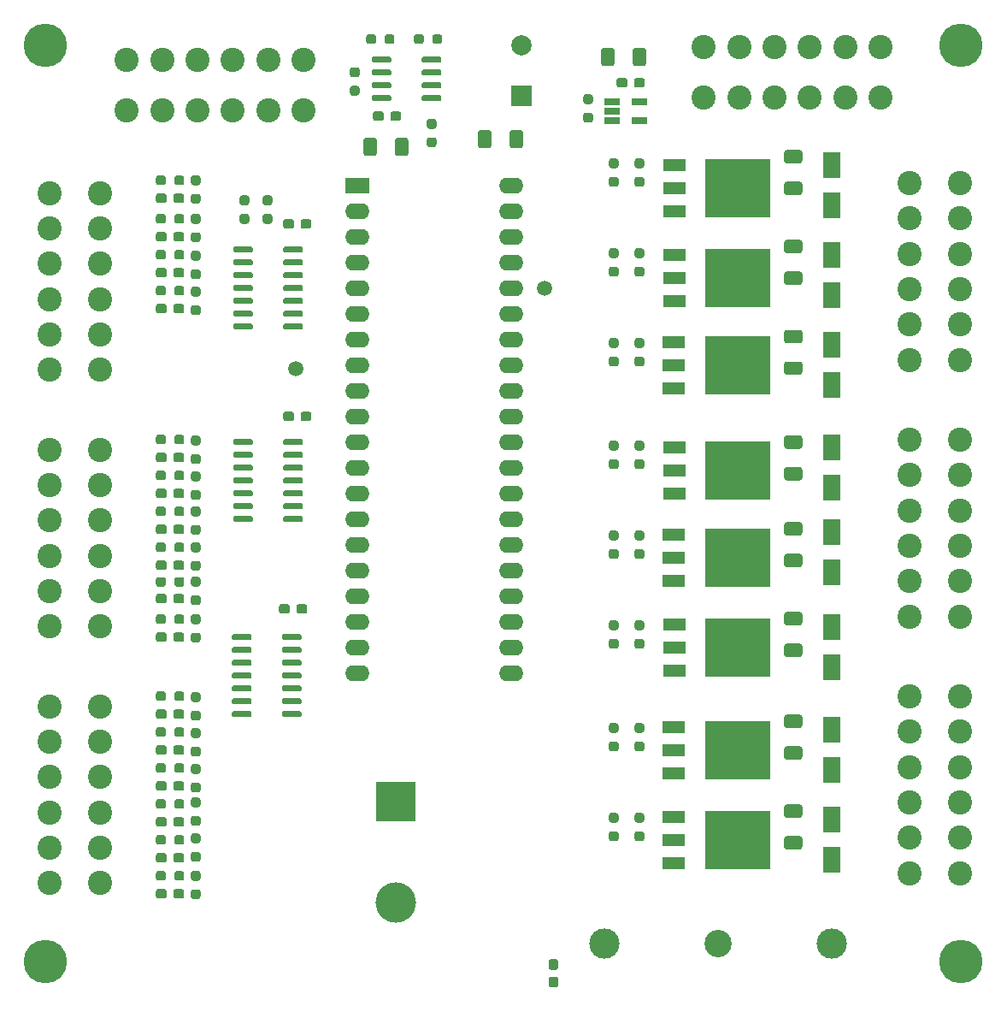
<source format=gts>
%TF.GenerationSoftware,KiCad,Pcbnew,5.1.9+dfsg1-1*%
%TF.CreationDate,2021-12-02T00:27:29+01:00*%
%TF.ProjectId,RTMPin,52544d50-696e-42e6-9b69-6361645f7063,rev?*%
%TF.SameCoordinates,Original*%
%TF.FileFunction,Soldermask,Top*%
%TF.FilePolarity,Negative*%
%FSLAX46Y46*%
G04 Gerber Fmt 4.6, Leading zero omitted, Abs format (unit mm)*
G04 Created by KiCad (PCBNEW 5.1.9+dfsg1-1) date 2021-12-02 00:27:29*
%MOMM*%
%LPD*%
G01*
G04 APERTURE LIST*
%ADD10C,4.300000*%
%ADD11C,1.500000*%
%ADD12C,2.700000*%
%ADD13C,3.000000*%
%ADD14R,1.800000X2.500000*%
%ADD15C,2.400000*%
%ADD16R,6.400000X5.800000*%
%ADD17R,2.200000X1.200000*%
%ADD18R,1.560000X0.650000*%
%ADD19O,2.400000X1.600000*%
%ADD20R,2.400000X1.600000*%
%ADD21C,4.000000*%
%ADD22R,4.000000X4.000000*%
%ADD23C,2.000000*%
%ADD24R,2.000000X2.000000*%
G04 APERTURE END LIST*
G36*
G01*
X123257500Y-44687500D02*
X123257500Y-44212500D01*
G75*
G02*
X123495000Y-43975000I237500J0D01*
G01*
X123995000Y-43975000D01*
G75*
G02*
X124232500Y-44212500I0J-237500D01*
G01*
X124232500Y-44687500D01*
G75*
G02*
X123995000Y-44925000I-237500J0D01*
G01*
X123495000Y-44925000D01*
G75*
G02*
X123257500Y-44687500I0J237500D01*
G01*
G37*
G36*
G01*
X121432500Y-44687500D02*
X121432500Y-44212500D01*
G75*
G02*
X121670000Y-43975000I237500J0D01*
G01*
X122170000Y-43975000D01*
G75*
G02*
X122407500Y-44212500I0J-237500D01*
G01*
X122407500Y-44687500D01*
G75*
G02*
X122170000Y-44925000I-237500J0D01*
G01*
X121670000Y-44925000D01*
G75*
G02*
X121432500Y-44687500I0J237500D01*
G01*
G37*
G36*
G01*
X100059500Y-120479000D02*
X99584500Y-120479000D01*
G75*
G02*
X99347000Y-120241500I0J237500D01*
G01*
X99347000Y-119741500D01*
G75*
G02*
X99584500Y-119504000I237500J0D01*
G01*
X100059500Y-119504000D01*
G75*
G02*
X100297000Y-119741500I0J-237500D01*
G01*
X100297000Y-120241500D01*
G75*
G02*
X100059500Y-120479000I-237500J0D01*
G01*
G37*
G36*
G01*
X100059500Y-122304000D02*
X99584500Y-122304000D01*
G75*
G02*
X99347000Y-122066500I0J237500D01*
G01*
X99347000Y-121566500D01*
G75*
G02*
X99584500Y-121329000I237500J0D01*
G01*
X100059500Y-121329000D01*
G75*
G02*
X100297000Y-121566500I0J-237500D01*
G01*
X100297000Y-122066500D01*
G75*
G02*
X100059500Y-122304000I-237500J0D01*
G01*
G37*
D10*
X84963000Y-45085000D03*
X84963000Y-135763000D03*
X175641000Y-45085000D03*
X175641000Y-135763000D03*
G36*
G01*
X96957000Y-128794500D02*
X96957000Y-129269500D01*
G75*
G02*
X96719500Y-129507000I-237500J0D01*
G01*
X96119500Y-129507000D01*
G75*
G02*
X95882000Y-129269500I0J237500D01*
G01*
X95882000Y-128794500D01*
G75*
G02*
X96119500Y-128557000I237500J0D01*
G01*
X96719500Y-128557000D01*
G75*
G02*
X96957000Y-128794500I0J-237500D01*
G01*
G37*
G36*
G01*
X98682000Y-128794500D02*
X98682000Y-129269500D01*
G75*
G02*
X98444500Y-129507000I-237500J0D01*
G01*
X97844500Y-129507000D01*
G75*
G02*
X97607000Y-129269500I0J237500D01*
G01*
X97607000Y-128794500D01*
G75*
G02*
X97844500Y-128557000I237500J0D01*
G01*
X98444500Y-128557000D01*
G75*
G02*
X98682000Y-128794500I0J-237500D01*
G01*
G37*
D11*
X109728000Y-77089000D03*
D12*
X151585000Y-133985000D03*
D13*
X162835000Y-133985000D03*
X140335000Y-133985000D03*
D14*
X162814000Y-121698000D03*
X162814000Y-125698000D03*
X162814000Y-112808000D03*
X162814000Y-116808000D03*
X162814000Y-84868000D03*
X162814000Y-88868000D03*
X162814000Y-93218000D03*
X162814000Y-97218000D03*
X162814000Y-102648000D03*
X162814000Y-106648000D03*
X162814000Y-56928000D03*
X162814000Y-60928000D03*
X162814000Y-65818000D03*
X162814000Y-69818000D03*
X162814000Y-74708000D03*
X162814000Y-78708000D03*
G36*
G01*
X144001500Y-113113000D02*
X143526500Y-113113000D01*
G75*
G02*
X143289000Y-112875500I0J237500D01*
G01*
X143289000Y-112375500D01*
G75*
G02*
X143526500Y-112138000I237500J0D01*
G01*
X144001500Y-112138000D01*
G75*
G02*
X144239000Y-112375500I0J-237500D01*
G01*
X144239000Y-112875500D01*
G75*
G02*
X144001500Y-113113000I-237500J0D01*
G01*
G37*
G36*
G01*
X144001500Y-114938000D02*
X143526500Y-114938000D01*
G75*
G02*
X143289000Y-114700500I0J237500D01*
G01*
X143289000Y-114200500D01*
G75*
G02*
X143526500Y-113963000I237500J0D01*
G01*
X144001500Y-113963000D01*
G75*
G02*
X144239000Y-114200500I0J-237500D01*
G01*
X144239000Y-114700500D01*
G75*
G02*
X144001500Y-114938000I-237500J0D01*
G01*
G37*
G36*
G01*
X144001500Y-122003000D02*
X143526500Y-122003000D01*
G75*
G02*
X143289000Y-121765500I0J237500D01*
G01*
X143289000Y-121265500D01*
G75*
G02*
X143526500Y-121028000I237500J0D01*
G01*
X144001500Y-121028000D01*
G75*
G02*
X144239000Y-121265500I0J-237500D01*
G01*
X144239000Y-121765500D01*
G75*
G02*
X144001500Y-122003000I-237500J0D01*
G01*
G37*
G36*
G01*
X144001500Y-123828000D02*
X143526500Y-123828000D01*
G75*
G02*
X143289000Y-123590500I0J237500D01*
G01*
X143289000Y-123090500D01*
G75*
G02*
X143526500Y-122853000I237500J0D01*
G01*
X144001500Y-122853000D01*
G75*
G02*
X144239000Y-123090500I0J-237500D01*
G01*
X144239000Y-123590500D01*
G75*
G02*
X144001500Y-123828000I-237500J0D01*
G01*
G37*
G36*
G01*
X144001500Y-85173000D02*
X143526500Y-85173000D01*
G75*
G02*
X143289000Y-84935500I0J237500D01*
G01*
X143289000Y-84435500D01*
G75*
G02*
X143526500Y-84198000I237500J0D01*
G01*
X144001500Y-84198000D01*
G75*
G02*
X144239000Y-84435500I0J-237500D01*
G01*
X144239000Y-84935500D01*
G75*
G02*
X144001500Y-85173000I-237500J0D01*
G01*
G37*
G36*
G01*
X144001500Y-86998000D02*
X143526500Y-86998000D01*
G75*
G02*
X143289000Y-86760500I0J237500D01*
G01*
X143289000Y-86260500D01*
G75*
G02*
X143526500Y-86023000I237500J0D01*
G01*
X144001500Y-86023000D01*
G75*
G02*
X144239000Y-86260500I0J-237500D01*
G01*
X144239000Y-86760500D01*
G75*
G02*
X144001500Y-86998000I-237500J0D01*
G01*
G37*
G36*
G01*
X144001500Y-94063000D02*
X143526500Y-94063000D01*
G75*
G02*
X143289000Y-93825500I0J237500D01*
G01*
X143289000Y-93325500D01*
G75*
G02*
X143526500Y-93088000I237500J0D01*
G01*
X144001500Y-93088000D01*
G75*
G02*
X144239000Y-93325500I0J-237500D01*
G01*
X144239000Y-93825500D01*
G75*
G02*
X144001500Y-94063000I-237500J0D01*
G01*
G37*
G36*
G01*
X144001500Y-95888000D02*
X143526500Y-95888000D01*
G75*
G02*
X143289000Y-95650500I0J237500D01*
G01*
X143289000Y-95150500D01*
G75*
G02*
X143526500Y-94913000I237500J0D01*
G01*
X144001500Y-94913000D01*
G75*
G02*
X144239000Y-95150500I0J-237500D01*
G01*
X144239000Y-95650500D01*
G75*
G02*
X144001500Y-95888000I-237500J0D01*
G01*
G37*
G36*
G01*
X144001500Y-102953000D02*
X143526500Y-102953000D01*
G75*
G02*
X143289000Y-102715500I0J237500D01*
G01*
X143289000Y-102215500D01*
G75*
G02*
X143526500Y-101978000I237500J0D01*
G01*
X144001500Y-101978000D01*
G75*
G02*
X144239000Y-102215500I0J-237500D01*
G01*
X144239000Y-102715500D01*
G75*
G02*
X144001500Y-102953000I-237500J0D01*
G01*
G37*
G36*
G01*
X144001500Y-104778000D02*
X143526500Y-104778000D01*
G75*
G02*
X143289000Y-104540500I0J237500D01*
G01*
X143289000Y-104040500D01*
G75*
G02*
X143526500Y-103803000I237500J0D01*
G01*
X144001500Y-103803000D01*
G75*
G02*
X144239000Y-104040500I0J-237500D01*
G01*
X144239000Y-104540500D01*
G75*
G02*
X144001500Y-104778000I-237500J0D01*
G01*
G37*
G36*
G01*
X144001500Y-57233000D02*
X143526500Y-57233000D01*
G75*
G02*
X143289000Y-56995500I0J237500D01*
G01*
X143289000Y-56495500D01*
G75*
G02*
X143526500Y-56258000I237500J0D01*
G01*
X144001500Y-56258000D01*
G75*
G02*
X144239000Y-56495500I0J-237500D01*
G01*
X144239000Y-56995500D01*
G75*
G02*
X144001500Y-57233000I-237500J0D01*
G01*
G37*
G36*
G01*
X144001500Y-59058000D02*
X143526500Y-59058000D01*
G75*
G02*
X143289000Y-58820500I0J237500D01*
G01*
X143289000Y-58320500D01*
G75*
G02*
X143526500Y-58083000I237500J0D01*
G01*
X144001500Y-58083000D01*
G75*
G02*
X144239000Y-58320500I0J-237500D01*
G01*
X144239000Y-58820500D01*
G75*
G02*
X144001500Y-59058000I-237500J0D01*
G01*
G37*
G36*
G01*
X144001500Y-66123000D02*
X143526500Y-66123000D01*
G75*
G02*
X143289000Y-65885500I0J237500D01*
G01*
X143289000Y-65385500D01*
G75*
G02*
X143526500Y-65148000I237500J0D01*
G01*
X144001500Y-65148000D01*
G75*
G02*
X144239000Y-65385500I0J-237500D01*
G01*
X144239000Y-65885500D01*
G75*
G02*
X144001500Y-66123000I-237500J0D01*
G01*
G37*
G36*
G01*
X144001500Y-67948000D02*
X143526500Y-67948000D01*
G75*
G02*
X143289000Y-67710500I0J237500D01*
G01*
X143289000Y-67210500D01*
G75*
G02*
X143526500Y-66973000I237500J0D01*
G01*
X144001500Y-66973000D01*
G75*
G02*
X144239000Y-67210500I0J-237500D01*
G01*
X144239000Y-67710500D01*
G75*
G02*
X144001500Y-67948000I-237500J0D01*
G01*
G37*
G36*
G01*
X144001500Y-75013000D02*
X143526500Y-75013000D01*
G75*
G02*
X143289000Y-74775500I0J237500D01*
G01*
X143289000Y-74275500D01*
G75*
G02*
X143526500Y-74038000I237500J0D01*
G01*
X144001500Y-74038000D01*
G75*
G02*
X144239000Y-74275500I0J-237500D01*
G01*
X144239000Y-74775500D01*
G75*
G02*
X144001500Y-75013000I-237500J0D01*
G01*
G37*
G36*
G01*
X144001500Y-76838000D02*
X143526500Y-76838000D01*
G75*
G02*
X143289000Y-76600500I0J237500D01*
G01*
X143289000Y-76100500D01*
G75*
G02*
X143526500Y-75863000I237500J0D01*
G01*
X144001500Y-75863000D01*
G75*
G02*
X144239000Y-76100500I0J-237500D01*
G01*
X144239000Y-76600500D01*
G75*
G02*
X144001500Y-76838000I-237500J0D01*
G01*
G37*
G36*
G01*
X158353997Y-123328000D02*
X159654003Y-123328000D01*
G75*
G02*
X159904000Y-123577997I0J-249997D01*
G01*
X159904000Y-124403003D01*
G75*
G02*
X159654003Y-124653000I-249997J0D01*
G01*
X158353997Y-124653000D01*
G75*
G02*
X158104000Y-124403003I0J249997D01*
G01*
X158104000Y-123577997D01*
G75*
G02*
X158353997Y-123328000I249997J0D01*
G01*
G37*
G36*
G01*
X158353997Y-120203000D02*
X159654003Y-120203000D01*
G75*
G02*
X159904000Y-120452997I0J-249997D01*
G01*
X159904000Y-121278003D01*
G75*
G02*
X159654003Y-121528000I-249997J0D01*
G01*
X158353997Y-121528000D01*
G75*
G02*
X158104000Y-121278003I0J249997D01*
G01*
X158104000Y-120452997D01*
G75*
G02*
X158353997Y-120203000I249997J0D01*
G01*
G37*
D15*
X150140000Y-50212000D03*
X157140000Y-50212000D03*
X164140000Y-50212000D03*
X153640000Y-45212000D03*
X160640000Y-45212000D03*
X167640000Y-45212000D03*
X153640000Y-50212000D03*
X160640000Y-50212000D03*
X167640000Y-50212000D03*
X150140000Y-45212000D03*
X157140000Y-45212000D03*
X164140000Y-45212000D03*
D16*
X153484000Y-114808000D03*
D17*
X147184000Y-117088000D03*
X147184000Y-114808000D03*
X147184000Y-112528000D03*
D16*
X153484000Y-123698000D03*
D17*
X147184000Y-125978000D03*
X147184000Y-123698000D03*
X147184000Y-121418000D03*
D16*
X153519000Y-87123000D03*
D17*
X147219000Y-89403000D03*
X147219000Y-87123000D03*
X147219000Y-84843000D03*
D16*
X153484000Y-95758000D03*
D17*
X147184000Y-98038000D03*
X147184000Y-95758000D03*
X147184000Y-93478000D03*
D16*
X153519000Y-104648000D03*
D17*
X147219000Y-106928000D03*
X147219000Y-104648000D03*
X147219000Y-102368000D03*
D16*
X153519000Y-59183000D03*
D17*
X147219000Y-61463000D03*
X147219000Y-59183000D03*
X147219000Y-56903000D03*
D16*
X153519000Y-68073000D03*
D17*
X147219000Y-70353000D03*
X147219000Y-68073000D03*
X147219000Y-65793000D03*
D16*
X153484000Y-76708000D03*
D17*
X147184000Y-78988000D03*
X147184000Y-76708000D03*
X147184000Y-74428000D03*
G36*
G01*
X108499000Y-65428000D02*
X108499000Y-65128000D01*
G75*
G02*
X108649000Y-64978000I150000J0D01*
G01*
X110299000Y-64978000D01*
G75*
G02*
X110449000Y-65128000I0J-150000D01*
G01*
X110449000Y-65428000D01*
G75*
G02*
X110299000Y-65578000I-150000J0D01*
G01*
X108649000Y-65578000D01*
G75*
G02*
X108499000Y-65428000I0J150000D01*
G01*
G37*
G36*
G01*
X108499000Y-66698000D02*
X108499000Y-66398000D01*
G75*
G02*
X108649000Y-66248000I150000J0D01*
G01*
X110299000Y-66248000D01*
G75*
G02*
X110449000Y-66398000I0J-150000D01*
G01*
X110449000Y-66698000D01*
G75*
G02*
X110299000Y-66848000I-150000J0D01*
G01*
X108649000Y-66848000D01*
G75*
G02*
X108499000Y-66698000I0J150000D01*
G01*
G37*
G36*
G01*
X108499000Y-67968000D02*
X108499000Y-67668000D01*
G75*
G02*
X108649000Y-67518000I150000J0D01*
G01*
X110299000Y-67518000D01*
G75*
G02*
X110449000Y-67668000I0J-150000D01*
G01*
X110449000Y-67968000D01*
G75*
G02*
X110299000Y-68118000I-150000J0D01*
G01*
X108649000Y-68118000D01*
G75*
G02*
X108499000Y-67968000I0J150000D01*
G01*
G37*
G36*
G01*
X108499000Y-69238000D02*
X108499000Y-68938000D01*
G75*
G02*
X108649000Y-68788000I150000J0D01*
G01*
X110299000Y-68788000D01*
G75*
G02*
X110449000Y-68938000I0J-150000D01*
G01*
X110449000Y-69238000D01*
G75*
G02*
X110299000Y-69388000I-150000J0D01*
G01*
X108649000Y-69388000D01*
G75*
G02*
X108499000Y-69238000I0J150000D01*
G01*
G37*
G36*
G01*
X108499000Y-70508000D02*
X108499000Y-70208000D01*
G75*
G02*
X108649000Y-70058000I150000J0D01*
G01*
X110299000Y-70058000D01*
G75*
G02*
X110449000Y-70208000I0J-150000D01*
G01*
X110449000Y-70508000D01*
G75*
G02*
X110299000Y-70658000I-150000J0D01*
G01*
X108649000Y-70658000D01*
G75*
G02*
X108499000Y-70508000I0J150000D01*
G01*
G37*
G36*
G01*
X108499000Y-71778000D02*
X108499000Y-71478000D01*
G75*
G02*
X108649000Y-71328000I150000J0D01*
G01*
X110299000Y-71328000D01*
G75*
G02*
X110449000Y-71478000I0J-150000D01*
G01*
X110449000Y-71778000D01*
G75*
G02*
X110299000Y-71928000I-150000J0D01*
G01*
X108649000Y-71928000D01*
G75*
G02*
X108499000Y-71778000I0J150000D01*
G01*
G37*
G36*
G01*
X108499000Y-73048000D02*
X108499000Y-72748000D01*
G75*
G02*
X108649000Y-72598000I150000J0D01*
G01*
X110299000Y-72598000D01*
G75*
G02*
X110449000Y-72748000I0J-150000D01*
G01*
X110449000Y-73048000D01*
G75*
G02*
X110299000Y-73198000I-150000J0D01*
G01*
X108649000Y-73198000D01*
G75*
G02*
X108499000Y-73048000I0J150000D01*
G01*
G37*
G36*
G01*
X103549000Y-73048000D02*
X103549000Y-72748000D01*
G75*
G02*
X103699000Y-72598000I150000J0D01*
G01*
X105349000Y-72598000D01*
G75*
G02*
X105499000Y-72748000I0J-150000D01*
G01*
X105499000Y-73048000D01*
G75*
G02*
X105349000Y-73198000I-150000J0D01*
G01*
X103699000Y-73198000D01*
G75*
G02*
X103549000Y-73048000I0J150000D01*
G01*
G37*
G36*
G01*
X103549000Y-71778000D02*
X103549000Y-71478000D01*
G75*
G02*
X103699000Y-71328000I150000J0D01*
G01*
X105349000Y-71328000D01*
G75*
G02*
X105499000Y-71478000I0J-150000D01*
G01*
X105499000Y-71778000D01*
G75*
G02*
X105349000Y-71928000I-150000J0D01*
G01*
X103699000Y-71928000D01*
G75*
G02*
X103549000Y-71778000I0J150000D01*
G01*
G37*
G36*
G01*
X103549000Y-70508000D02*
X103549000Y-70208000D01*
G75*
G02*
X103699000Y-70058000I150000J0D01*
G01*
X105349000Y-70058000D01*
G75*
G02*
X105499000Y-70208000I0J-150000D01*
G01*
X105499000Y-70508000D01*
G75*
G02*
X105349000Y-70658000I-150000J0D01*
G01*
X103699000Y-70658000D01*
G75*
G02*
X103549000Y-70508000I0J150000D01*
G01*
G37*
G36*
G01*
X103549000Y-69238000D02*
X103549000Y-68938000D01*
G75*
G02*
X103699000Y-68788000I150000J0D01*
G01*
X105349000Y-68788000D01*
G75*
G02*
X105499000Y-68938000I0J-150000D01*
G01*
X105499000Y-69238000D01*
G75*
G02*
X105349000Y-69388000I-150000J0D01*
G01*
X103699000Y-69388000D01*
G75*
G02*
X103549000Y-69238000I0J150000D01*
G01*
G37*
G36*
G01*
X103549000Y-67968000D02*
X103549000Y-67668000D01*
G75*
G02*
X103699000Y-67518000I150000J0D01*
G01*
X105349000Y-67518000D01*
G75*
G02*
X105499000Y-67668000I0J-150000D01*
G01*
X105499000Y-67968000D01*
G75*
G02*
X105349000Y-68118000I-150000J0D01*
G01*
X103699000Y-68118000D01*
G75*
G02*
X103549000Y-67968000I0J150000D01*
G01*
G37*
G36*
G01*
X103549000Y-66698000D02*
X103549000Y-66398000D01*
G75*
G02*
X103699000Y-66248000I150000J0D01*
G01*
X105349000Y-66248000D01*
G75*
G02*
X105499000Y-66398000I0J-150000D01*
G01*
X105499000Y-66698000D01*
G75*
G02*
X105349000Y-66848000I-150000J0D01*
G01*
X103699000Y-66848000D01*
G75*
G02*
X103549000Y-66698000I0J150000D01*
G01*
G37*
G36*
G01*
X103549000Y-65428000D02*
X103549000Y-65128000D01*
G75*
G02*
X103699000Y-64978000I150000J0D01*
G01*
X105349000Y-64978000D01*
G75*
G02*
X105499000Y-65128000I0J-150000D01*
G01*
X105499000Y-65428000D01*
G75*
G02*
X105349000Y-65578000I-150000J0D01*
G01*
X103699000Y-65578000D01*
G75*
G02*
X103549000Y-65428000I0J150000D01*
G01*
G37*
D18*
X143764000Y-50612000D03*
X143764000Y-52512000D03*
X141064000Y-52512000D03*
X141064000Y-51562000D03*
X141064000Y-50612000D03*
G36*
G01*
X108499000Y-84478000D02*
X108499000Y-84178000D01*
G75*
G02*
X108649000Y-84028000I150000J0D01*
G01*
X110299000Y-84028000D01*
G75*
G02*
X110449000Y-84178000I0J-150000D01*
G01*
X110449000Y-84478000D01*
G75*
G02*
X110299000Y-84628000I-150000J0D01*
G01*
X108649000Y-84628000D01*
G75*
G02*
X108499000Y-84478000I0J150000D01*
G01*
G37*
G36*
G01*
X108499000Y-85748000D02*
X108499000Y-85448000D01*
G75*
G02*
X108649000Y-85298000I150000J0D01*
G01*
X110299000Y-85298000D01*
G75*
G02*
X110449000Y-85448000I0J-150000D01*
G01*
X110449000Y-85748000D01*
G75*
G02*
X110299000Y-85898000I-150000J0D01*
G01*
X108649000Y-85898000D01*
G75*
G02*
X108499000Y-85748000I0J150000D01*
G01*
G37*
G36*
G01*
X108499000Y-87018000D02*
X108499000Y-86718000D01*
G75*
G02*
X108649000Y-86568000I150000J0D01*
G01*
X110299000Y-86568000D01*
G75*
G02*
X110449000Y-86718000I0J-150000D01*
G01*
X110449000Y-87018000D01*
G75*
G02*
X110299000Y-87168000I-150000J0D01*
G01*
X108649000Y-87168000D01*
G75*
G02*
X108499000Y-87018000I0J150000D01*
G01*
G37*
G36*
G01*
X108499000Y-88288000D02*
X108499000Y-87988000D01*
G75*
G02*
X108649000Y-87838000I150000J0D01*
G01*
X110299000Y-87838000D01*
G75*
G02*
X110449000Y-87988000I0J-150000D01*
G01*
X110449000Y-88288000D01*
G75*
G02*
X110299000Y-88438000I-150000J0D01*
G01*
X108649000Y-88438000D01*
G75*
G02*
X108499000Y-88288000I0J150000D01*
G01*
G37*
G36*
G01*
X108499000Y-89558000D02*
X108499000Y-89258000D01*
G75*
G02*
X108649000Y-89108000I150000J0D01*
G01*
X110299000Y-89108000D01*
G75*
G02*
X110449000Y-89258000I0J-150000D01*
G01*
X110449000Y-89558000D01*
G75*
G02*
X110299000Y-89708000I-150000J0D01*
G01*
X108649000Y-89708000D01*
G75*
G02*
X108499000Y-89558000I0J150000D01*
G01*
G37*
G36*
G01*
X108499000Y-90828000D02*
X108499000Y-90528000D01*
G75*
G02*
X108649000Y-90378000I150000J0D01*
G01*
X110299000Y-90378000D01*
G75*
G02*
X110449000Y-90528000I0J-150000D01*
G01*
X110449000Y-90828000D01*
G75*
G02*
X110299000Y-90978000I-150000J0D01*
G01*
X108649000Y-90978000D01*
G75*
G02*
X108499000Y-90828000I0J150000D01*
G01*
G37*
G36*
G01*
X108499000Y-92098000D02*
X108499000Y-91798000D01*
G75*
G02*
X108649000Y-91648000I150000J0D01*
G01*
X110299000Y-91648000D01*
G75*
G02*
X110449000Y-91798000I0J-150000D01*
G01*
X110449000Y-92098000D01*
G75*
G02*
X110299000Y-92248000I-150000J0D01*
G01*
X108649000Y-92248000D01*
G75*
G02*
X108499000Y-92098000I0J150000D01*
G01*
G37*
G36*
G01*
X103549000Y-92098000D02*
X103549000Y-91798000D01*
G75*
G02*
X103699000Y-91648000I150000J0D01*
G01*
X105349000Y-91648000D01*
G75*
G02*
X105499000Y-91798000I0J-150000D01*
G01*
X105499000Y-92098000D01*
G75*
G02*
X105349000Y-92248000I-150000J0D01*
G01*
X103699000Y-92248000D01*
G75*
G02*
X103549000Y-92098000I0J150000D01*
G01*
G37*
G36*
G01*
X103549000Y-90828000D02*
X103549000Y-90528000D01*
G75*
G02*
X103699000Y-90378000I150000J0D01*
G01*
X105349000Y-90378000D01*
G75*
G02*
X105499000Y-90528000I0J-150000D01*
G01*
X105499000Y-90828000D01*
G75*
G02*
X105349000Y-90978000I-150000J0D01*
G01*
X103699000Y-90978000D01*
G75*
G02*
X103549000Y-90828000I0J150000D01*
G01*
G37*
G36*
G01*
X103549000Y-89558000D02*
X103549000Y-89258000D01*
G75*
G02*
X103699000Y-89108000I150000J0D01*
G01*
X105349000Y-89108000D01*
G75*
G02*
X105499000Y-89258000I0J-150000D01*
G01*
X105499000Y-89558000D01*
G75*
G02*
X105349000Y-89708000I-150000J0D01*
G01*
X103699000Y-89708000D01*
G75*
G02*
X103549000Y-89558000I0J150000D01*
G01*
G37*
G36*
G01*
X103549000Y-88288000D02*
X103549000Y-87988000D01*
G75*
G02*
X103699000Y-87838000I150000J0D01*
G01*
X105349000Y-87838000D01*
G75*
G02*
X105499000Y-87988000I0J-150000D01*
G01*
X105499000Y-88288000D01*
G75*
G02*
X105349000Y-88438000I-150000J0D01*
G01*
X103699000Y-88438000D01*
G75*
G02*
X103549000Y-88288000I0J150000D01*
G01*
G37*
G36*
G01*
X103549000Y-87018000D02*
X103549000Y-86718000D01*
G75*
G02*
X103699000Y-86568000I150000J0D01*
G01*
X105349000Y-86568000D01*
G75*
G02*
X105499000Y-86718000I0J-150000D01*
G01*
X105499000Y-87018000D01*
G75*
G02*
X105349000Y-87168000I-150000J0D01*
G01*
X103699000Y-87168000D01*
G75*
G02*
X103549000Y-87018000I0J150000D01*
G01*
G37*
G36*
G01*
X103549000Y-85748000D02*
X103549000Y-85448000D01*
G75*
G02*
X103699000Y-85298000I150000J0D01*
G01*
X105349000Y-85298000D01*
G75*
G02*
X105499000Y-85448000I0J-150000D01*
G01*
X105499000Y-85748000D01*
G75*
G02*
X105349000Y-85898000I-150000J0D01*
G01*
X103699000Y-85898000D01*
G75*
G02*
X103549000Y-85748000I0J150000D01*
G01*
G37*
G36*
G01*
X103549000Y-84478000D02*
X103549000Y-84178000D01*
G75*
G02*
X103699000Y-84028000I150000J0D01*
G01*
X105349000Y-84028000D01*
G75*
G02*
X105499000Y-84178000I0J-150000D01*
G01*
X105499000Y-84478000D01*
G75*
G02*
X105349000Y-84628000I-150000J0D01*
G01*
X103699000Y-84628000D01*
G75*
G02*
X103549000Y-84478000I0J150000D01*
G01*
G37*
D19*
X131064000Y-58928000D03*
X115824000Y-107188000D03*
X131064000Y-61468000D03*
X115824000Y-104648000D03*
X131064000Y-64008000D03*
X115824000Y-102108000D03*
X131064000Y-66548000D03*
X115824000Y-99568000D03*
X131064000Y-69088000D03*
X115824000Y-97028000D03*
X131064000Y-71628000D03*
X115824000Y-94488000D03*
X131064000Y-74168000D03*
X115824000Y-91948000D03*
X131064000Y-76708000D03*
X115824000Y-89408000D03*
X131064000Y-79248000D03*
X115824000Y-86868000D03*
X131064000Y-81788000D03*
X115824000Y-84328000D03*
X131064000Y-84328000D03*
X115824000Y-81788000D03*
X131064000Y-86868000D03*
X115824000Y-79248000D03*
X131064000Y-89408000D03*
X115824000Y-76708000D03*
X131064000Y-91948000D03*
X115824000Y-74168000D03*
X131064000Y-94488000D03*
X115824000Y-71628000D03*
X131064000Y-97028000D03*
X115824000Y-69088000D03*
X131064000Y-99568000D03*
X115824000Y-66548000D03*
X131064000Y-102108000D03*
X115824000Y-64008000D03*
X131064000Y-104648000D03*
X115824000Y-61468000D03*
X131064000Y-107188000D03*
D20*
X115824000Y-58928000D03*
G36*
G01*
X119215000Y-50142000D02*
X119215000Y-50442000D01*
G75*
G02*
X119065000Y-50592000I-150000J0D01*
G01*
X117415000Y-50592000D01*
G75*
G02*
X117265000Y-50442000I0J150000D01*
G01*
X117265000Y-50142000D01*
G75*
G02*
X117415000Y-49992000I150000J0D01*
G01*
X119065000Y-49992000D01*
G75*
G02*
X119215000Y-50142000I0J-150000D01*
G01*
G37*
G36*
G01*
X119215000Y-48872000D02*
X119215000Y-49172000D01*
G75*
G02*
X119065000Y-49322000I-150000J0D01*
G01*
X117415000Y-49322000D01*
G75*
G02*
X117265000Y-49172000I0J150000D01*
G01*
X117265000Y-48872000D01*
G75*
G02*
X117415000Y-48722000I150000J0D01*
G01*
X119065000Y-48722000D01*
G75*
G02*
X119215000Y-48872000I0J-150000D01*
G01*
G37*
G36*
G01*
X119215000Y-47602000D02*
X119215000Y-47902000D01*
G75*
G02*
X119065000Y-48052000I-150000J0D01*
G01*
X117415000Y-48052000D01*
G75*
G02*
X117265000Y-47902000I0J150000D01*
G01*
X117265000Y-47602000D01*
G75*
G02*
X117415000Y-47452000I150000J0D01*
G01*
X119065000Y-47452000D01*
G75*
G02*
X119215000Y-47602000I0J-150000D01*
G01*
G37*
G36*
G01*
X119215000Y-46332000D02*
X119215000Y-46632000D01*
G75*
G02*
X119065000Y-46782000I-150000J0D01*
G01*
X117415000Y-46782000D01*
G75*
G02*
X117265000Y-46632000I0J150000D01*
G01*
X117265000Y-46332000D01*
G75*
G02*
X117415000Y-46182000I150000J0D01*
G01*
X119065000Y-46182000D01*
G75*
G02*
X119215000Y-46332000I0J-150000D01*
G01*
G37*
G36*
G01*
X124165000Y-46332000D02*
X124165000Y-46632000D01*
G75*
G02*
X124015000Y-46782000I-150000J0D01*
G01*
X122365000Y-46782000D01*
G75*
G02*
X122215000Y-46632000I0J150000D01*
G01*
X122215000Y-46332000D01*
G75*
G02*
X122365000Y-46182000I150000J0D01*
G01*
X124015000Y-46182000D01*
G75*
G02*
X124165000Y-46332000I0J-150000D01*
G01*
G37*
G36*
G01*
X124165000Y-47602000D02*
X124165000Y-47902000D01*
G75*
G02*
X124015000Y-48052000I-150000J0D01*
G01*
X122365000Y-48052000D01*
G75*
G02*
X122215000Y-47902000I0J150000D01*
G01*
X122215000Y-47602000D01*
G75*
G02*
X122365000Y-47452000I150000J0D01*
G01*
X124015000Y-47452000D01*
G75*
G02*
X124165000Y-47602000I0J-150000D01*
G01*
G37*
G36*
G01*
X124165000Y-48872000D02*
X124165000Y-49172000D01*
G75*
G02*
X124015000Y-49322000I-150000J0D01*
G01*
X122365000Y-49322000D01*
G75*
G02*
X122215000Y-49172000I0J150000D01*
G01*
X122215000Y-48872000D01*
G75*
G02*
X122365000Y-48722000I150000J0D01*
G01*
X124015000Y-48722000D01*
G75*
G02*
X124165000Y-48872000I0J-150000D01*
G01*
G37*
G36*
G01*
X124165000Y-50142000D02*
X124165000Y-50442000D01*
G75*
G02*
X124015000Y-50592000I-150000J0D01*
G01*
X122365000Y-50592000D01*
G75*
G02*
X122215000Y-50442000I0J150000D01*
G01*
X122215000Y-50142000D01*
G75*
G02*
X122365000Y-49992000I150000J0D01*
G01*
X124015000Y-49992000D01*
G75*
G02*
X124165000Y-50142000I0J-150000D01*
G01*
G37*
G36*
G01*
X108369000Y-103782000D02*
X108369000Y-103482000D01*
G75*
G02*
X108519000Y-103332000I150000J0D01*
G01*
X110169000Y-103332000D01*
G75*
G02*
X110319000Y-103482000I0J-150000D01*
G01*
X110319000Y-103782000D01*
G75*
G02*
X110169000Y-103932000I-150000J0D01*
G01*
X108519000Y-103932000D01*
G75*
G02*
X108369000Y-103782000I0J150000D01*
G01*
G37*
G36*
G01*
X108369000Y-105052000D02*
X108369000Y-104752000D01*
G75*
G02*
X108519000Y-104602000I150000J0D01*
G01*
X110169000Y-104602000D01*
G75*
G02*
X110319000Y-104752000I0J-150000D01*
G01*
X110319000Y-105052000D01*
G75*
G02*
X110169000Y-105202000I-150000J0D01*
G01*
X108519000Y-105202000D01*
G75*
G02*
X108369000Y-105052000I0J150000D01*
G01*
G37*
G36*
G01*
X108369000Y-106322000D02*
X108369000Y-106022000D01*
G75*
G02*
X108519000Y-105872000I150000J0D01*
G01*
X110169000Y-105872000D01*
G75*
G02*
X110319000Y-106022000I0J-150000D01*
G01*
X110319000Y-106322000D01*
G75*
G02*
X110169000Y-106472000I-150000J0D01*
G01*
X108519000Y-106472000D01*
G75*
G02*
X108369000Y-106322000I0J150000D01*
G01*
G37*
G36*
G01*
X108369000Y-107592000D02*
X108369000Y-107292000D01*
G75*
G02*
X108519000Y-107142000I150000J0D01*
G01*
X110169000Y-107142000D01*
G75*
G02*
X110319000Y-107292000I0J-150000D01*
G01*
X110319000Y-107592000D01*
G75*
G02*
X110169000Y-107742000I-150000J0D01*
G01*
X108519000Y-107742000D01*
G75*
G02*
X108369000Y-107592000I0J150000D01*
G01*
G37*
G36*
G01*
X108369000Y-108862000D02*
X108369000Y-108562000D01*
G75*
G02*
X108519000Y-108412000I150000J0D01*
G01*
X110169000Y-108412000D01*
G75*
G02*
X110319000Y-108562000I0J-150000D01*
G01*
X110319000Y-108862000D01*
G75*
G02*
X110169000Y-109012000I-150000J0D01*
G01*
X108519000Y-109012000D01*
G75*
G02*
X108369000Y-108862000I0J150000D01*
G01*
G37*
G36*
G01*
X108369000Y-110132000D02*
X108369000Y-109832000D01*
G75*
G02*
X108519000Y-109682000I150000J0D01*
G01*
X110169000Y-109682000D01*
G75*
G02*
X110319000Y-109832000I0J-150000D01*
G01*
X110319000Y-110132000D01*
G75*
G02*
X110169000Y-110282000I-150000J0D01*
G01*
X108519000Y-110282000D01*
G75*
G02*
X108369000Y-110132000I0J150000D01*
G01*
G37*
G36*
G01*
X108369000Y-111402000D02*
X108369000Y-111102000D01*
G75*
G02*
X108519000Y-110952000I150000J0D01*
G01*
X110169000Y-110952000D01*
G75*
G02*
X110319000Y-111102000I0J-150000D01*
G01*
X110319000Y-111402000D01*
G75*
G02*
X110169000Y-111552000I-150000J0D01*
G01*
X108519000Y-111552000D01*
G75*
G02*
X108369000Y-111402000I0J150000D01*
G01*
G37*
G36*
G01*
X103419000Y-111402000D02*
X103419000Y-111102000D01*
G75*
G02*
X103569000Y-110952000I150000J0D01*
G01*
X105219000Y-110952000D01*
G75*
G02*
X105369000Y-111102000I0J-150000D01*
G01*
X105369000Y-111402000D01*
G75*
G02*
X105219000Y-111552000I-150000J0D01*
G01*
X103569000Y-111552000D01*
G75*
G02*
X103419000Y-111402000I0J150000D01*
G01*
G37*
G36*
G01*
X103419000Y-110132000D02*
X103419000Y-109832000D01*
G75*
G02*
X103569000Y-109682000I150000J0D01*
G01*
X105219000Y-109682000D01*
G75*
G02*
X105369000Y-109832000I0J-150000D01*
G01*
X105369000Y-110132000D01*
G75*
G02*
X105219000Y-110282000I-150000J0D01*
G01*
X103569000Y-110282000D01*
G75*
G02*
X103419000Y-110132000I0J150000D01*
G01*
G37*
G36*
G01*
X103419000Y-108862000D02*
X103419000Y-108562000D01*
G75*
G02*
X103569000Y-108412000I150000J0D01*
G01*
X105219000Y-108412000D01*
G75*
G02*
X105369000Y-108562000I0J-150000D01*
G01*
X105369000Y-108862000D01*
G75*
G02*
X105219000Y-109012000I-150000J0D01*
G01*
X103569000Y-109012000D01*
G75*
G02*
X103419000Y-108862000I0J150000D01*
G01*
G37*
G36*
G01*
X103419000Y-107592000D02*
X103419000Y-107292000D01*
G75*
G02*
X103569000Y-107142000I150000J0D01*
G01*
X105219000Y-107142000D01*
G75*
G02*
X105369000Y-107292000I0J-150000D01*
G01*
X105369000Y-107592000D01*
G75*
G02*
X105219000Y-107742000I-150000J0D01*
G01*
X103569000Y-107742000D01*
G75*
G02*
X103419000Y-107592000I0J150000D01*
G01*
G37*
G36*
G01*
X103419000Y-106322000D02*
X103419000Y-106022000D01*
G75*
G02*
X103569000Y-105872000I150000J0D01*
G01*
X105219000Y-105872000D01*
G75*
G02*
X105369000Y-106022000I0J-150000D01*
G01*
X105369000Y-106322000D01*
G75*
G02*
X105219000Y-106472000I-150000J0D01*
G01*
X103569000Y-106472000D01*
G75*
G02*
X103419000Y-106322000I0J150000D01*
G01*
G37*
G36*
G01*
X103419000Y-105052000D02*
X103419000Y-104752000D01*
G75*
G02*
X103569000Y-104602000I150000J0D01*
G01*
X105219000Y-104602000D01*
G75*
G02*
X105369000Y-104752000I0J-150000D01*
G01*
X105369000Y-105052000D01*
G75*
G02*
X105219000Y-105202000I-150000J0D01*
G01*
X103569000Y-105202000D01*
G75*
G02*
X103419000Y-105052000I0J150000D01*
G01*
G37*
G36*
G01*
X103419000Y-103782000D02*
X103419000Y-103482000D01*
G75*
G02*
X103569000Y-103332000I150000J0D01*
G01*
X105219000Y-103332000D01*
G75*
G02*
X105369000Y-103482000I0J-150000D01*
G01*
X105369000Y-103782000D01*
G75*
G02*
X105219000Y-103932000I-150000J0D01*
G01*
X103569000Y-103932000D01*
G75*
G02*
X103419000Y-103782000I0J150000D01*
G01*
G37*
D11*
X134366000Y-69088000D03*
G36*
G01*
X107171500Y-60892500D02*
X106696500Y-60892500D01*
G75*
G02*
X106459000Y-60655000I0J237500D01*
G01*
X106459000Y-60155000D01*
G75*
G02*
X106696500Y-59917500I237500J0D01*
G01*
X107171500Y-59917500D01*
G75*
G02*
X107409000Y-60155000I0J-237500D01*
G01*
X107409000Y-60655000D01*
G75*
G02*
X107171500Y-60892500I-237500J0D01*
G01*
G37*
G36*
G01*
X107171500Y-62717500D02*
X106696500Y-62717500D01*
G75*
G02*
X106459000Y-62480000I0J237500D01*
G01*
X106459000Y-61980000D01*
G75*
G02*
X106696500Y-61742500I237500J0D01*
G01*
X107171500Y-61742500D01*
G75*
G02*
X107409000Y-61980000I0J-237500D01*
G01*
X107409000Y-62480000D01*
G75*
G02*
X107171500Y-62717500I-237500J0D01*
G01*
G37*
G36*
G01*
X104885500Y-60892500D02*
X104410500Y-60892500D01*
G75*
G02*
X104173000Y-60655000I0J237500D01*
G01*
X104173000Y-60155000D01*
G75*
G02*
X104410500Y-59917500I237500J0D01*
G01*
X104885500Y-59917500D01*
G75*
G02*
X105123000Y-60155000I0J-237500D01*
G01*
X105123000Y-60655000D01*
G75*
G02*
X104885500Y-60892500I-237500J0D01*
G01*
G37*
G36*
G01*
X104885500Y-62717500D02*
X104410500Y-62717500D01*
G75*
G02*
X104173000Y-62480000I0J237500D01*
G01*
X104173000Y-61980000D01*
G75*
G02*
X104410500Y-61742500I237500J0D01*
G01*
X104885500Y-61742500D01*
G75*
G02*
X105123000Y-61980000I0J-237500D01*
G01*
X105123000Y-62480000D01*
G75*
G02*
X104885500Y-62717500I-237500J0D01*
G01*
G37*
G36*
G01*
X100059500Y-66377000D02*
X99584500Y-66377000D01*
G75*
G02*
X99347000Y-66139500I0J237500D01*
G01*
X99347000Y-65639500D01*
G75*
G02*
X99584500Y-65402000I237500J0D01*
G01*
X100059500Y-65402000D01*
G75*
G02*
X100297000Y-65639500I0J-237500D01*
G01*
X100297000Y-66139500D01*
G75*
G02*
X100059500Y-66377000I-237500J0D01*
G01*
G37*
G36*
G01*
X100059500Y-68202000D02*
X99584500Y-68202000D01*
G75*
G02*
X99347000Y-67964500I0J237500D01*
G01*
X99347000Y-67464500D01*
G75*
G02*
X99584500Y-67227000I237500J0D01*
G01*
X100059500Y-67227000D01*
G75*
G02*
X100297000Y-67464500I0J-237500D01*
G01*
X100297000Y-67964500D01*
G75*
G02*
X100059500Y-68202000I-237500J0D01*
G01*
G37*
G36*
G01*
X100059500Y-58907500D02*
X99584500Y-58907500D01*
G75*
G02*
X99347000Y-58670000I0J237500D01*
G01*
X99347000Y-58170000D01*
G75*
G02*
X99584500Y-57932500I237500J0D01*
G01*
X100059500Y-57932500D01*
G75*
G02*
X100297000Y-58170000I0J-237500D01*
G01*
X100297000Y-58670000D01*
G75*
G02*
X100059500Y-58907500I-237500J0D01*
G01*
G37*
G36*
G01*
X100059500Y-60732500D02*
X99584500Y-60732500D01*
G75*
G02*
X99347000Y-60495000I0J237500D01*
G01*
X99347000Y-59995000D01*
G75*
G02*
X99584500Y-59757500I237500J0D01*
G01*
X100059500Y-59757500D01*
G75*
G02*
X100297000Y-59995000I0J-237500D01*
G01*
X100297000Y-60495000D01*
G75*
G02*
X100059500Y-60732500I-237500J0D01*
G01*
G37*
G36*
G01*
X97707000Y-66023500D02*
X97707000Y-65548500D01*
G75*
G02*
X97944500Y-65311000I237500J0D01*
G01*
X98444500Y-65311000D01*
G75*
G02*
X98682000Y-65548500I0J-237500D01*
G01*
X98682000Y-66023500D01*
G75*
G02*
X98444500Y-66261000I-237500J0D01*
G01*
X97944500Y-66261000D01*
G75*
G02*
X97707000Y-66023500I0J237500D01*
G01*
G37*
G36*
G01*
X95882000Y-66023500D02*
X95882000Y-65548500D01*
G75*
G02*
X96119500Y-65311000I237500J0D01*
G01*
X96619500Y-65311000D01*
G75*
G02*
X96857000Y-65548500I0J-237500D01*
G01*
X96857000Y-66023500D01*
G75*
G02*
X96619500Y-66261000I-237500J0D01*
G01*
X96119500Y-66261000D01*
G75*
G02*
X95882000Y-66023500I0J237500D01*
G01*
G37*
G36*
G01*
X97707000Y-58657500D02*
X97707000Y-58182500D01*
G75*
G02*
X97944500Y-57945000I237500J0D01*
G01*
X98444500Y-57945000D01*
G75*
G02*
X98682000Y-58182500I0J-237500D01*
G01*
X98682000Y-58657500D01*
G75*
G02*
X98444500Y-58895000I-237500J0D01*
G01*
X97944500Y-58895000D01*
G75*
G02*
X97707000Y-58657500I0J237500D01*
G01*
G37*
G36*
G01*
X95882000Y-58657500D02*
X95882000Y-58182500D01*
G75*
G02*
X96119500Y-57945000I237500J0D01*
G01*
X96619500Y-57945000D01*
G75*
G02*
X96857000Y-58182500I0J-237500D01*
G01*
X96857000Y-58657500D01*
G75*
G02*
X96619500Y-58895000I-237500J0D01*
G01*
X96119500Y-58895000D01*
G75*
G02*
X95882000Y-58657500I0J237500D01*
G01*
G37*
G36*
G01*
X100059500Y-69933000D02*
X99584500Y-69933000D01*
G75*
G02*
X99347000Y-69695500I0J237500D01*
G01*
X99347000Y-69195500D01*
G75*
G02*
X99584500Y-68958000I237500J0D01*
G01*
X100059500Y-68958000D01*
G75*
G02*
X100297000Y-69195500I0J-237500D01*
G01*
X100297000Y-69695500D01*
G75*
G02*
X100059500Y-69933000I-237500J0D01*
G01*
G37*
G36*
G01*
X100059500Y-71758000D02*
X99584500Y-71758000D01*
G75*
G02*
X99347000Y-71520500I0J237500D01*
G01*
X99347000Y-71020500D01*
G75*
G02*
X99584500Y-70783000I237500J0D01*
G01*
X100059500Y-70783000D01*
G75*
G02*
X100297000Y-71020500I0J-237500D01*
G01*
X100297000Y-71520500D01*
G75*
G02*
X100059500Y-71758000I-237500J0D01*
G01*
G37*
G36*
G01*
X100059500Y-62717500D02*
X99584500Y-62717500D01*
G75*
G02*
X99347000Y-62480000I0J237500D01*
G01*
X99347000Y-61980000D01*
G75*
G02*
X99584500Y-61742500I237500J0D01*
G01*
X100059500Y-61742500D01*
G75*
G02*
X100297000Y-61980000I0J-237500D01*
G01*
X100297000Y-62480000D01*
G75*
G02*
X100059500Y-62717500I-237500J0D01*
G01*
G37*
G36*
G01*
X100059500Y-64542500D02*
X99584500Y-64542500D01*
G75*
G02*
X99347000Y-64305000I0J237500D01*
G01*
X99347000Y-63805000D01*
G75*
G02*
X99584500Y-63567500I237500J0D01*
G01*
X100059500Y-63567500D01*
G75*
G02*
X100297000Y-63805000I0J-237500D01*
G01*
X100297000Y-64305000D01*
G75*
G02*
X100059500Y-64542500I-237500J0D01*
G01*
G37*
G36*
G01*
X97707000Y-69579500D02*
X97707000Y-69104500D01*
G75*
G02*
X97944500Y-68867000I237500J0D01*
G01*
X98444500Y-68867000D01*
G75*
G02*
X98682000Y-69104500I0J-237500D01*
G01*
X98682000Y-69579500D01*
G75*
G02*
X98444500Y-69817000I-237500J0D01*
G01*
X97944500Y-69817000D01*
G75*
G02*
X97707000Y-69579500I0J237500D01*
G01*
G37*
G36*
G01*
X95882000Y-69579500D02*
X95882000Y-69104500D01*
G75*
G02*
X96119500Y-68867000I237500J0D01*
G01*
X96619500Y-68867000D01*
G75*
G02*
X96857000Y-69104500I0J-237500D01*
G01*
X96857000Y-69579500D01*
G75*
G02*
X96619500Y-69817000I-237500J0D01*
G01*
X96119500Y-69817000D01*
G75*
G02*
X95882000Y-69579500I0J237500D01*
G01*
G37*
G36*
G01*
X97707000Y-62467500D02*
X97707000Y-61992500D01*
G75*
G02*
X97944500Y-61755000I237500J0D01*
G01*
X98444500Y-61755000D01*
G75*
G02*
X98682000Y-61992500I0J-237500D01*
G01*
X98682000Y-62467500D01*
G75*
G02*
X98444500Y-62705000I-237500J0D01*
G01*
X97944500Y-62705000D01*
G75*
G02*
X97707000Y-62467500I0J237500D01*
G01*
G37*
G36*
G01*
X95882000Y-62467500D02*
X95882000Y-61992500D01*
G75*
G02*
X96119500Y-61755000I237500J0D01*
G01*
X96619500Y-61755000D01*
G75*
G02*
X96857000Y-61992500I0J-237500D01*
G01*
X96857000Y-62467500D01*
G75*
G02*
X96619500Y-62705000I-237500J0D01*
G01*
X96119500Y-62705000D01*
G75*
G02*
X95882000Y-62467500I0J237500D01*
G01*
G37*
G36*
G01*
X100059500Y-98635000D02*
X99584500Y-98635000D01*
G75*
G02*
X99347000Y-98397500I0J237500D01*
G01*
X99347000Y-97897500D01*
G75*
G02*
X99584500Y-97660000I237500J0D01*
G01*
X100059500Y-97660000D01*
G75*
G02*
X100297000Y-97897500I0J-237500D01*
G01*
X100297000Y-98397500D01*
G75*
G02*
X100059500Y-98635000I-237500J0D01*
G01*
G37*
G36*
G01*
X100059500Y-100460000D02*
X99584500Y-100460000D01*
G75*
G02*
X99347000Y-100222500I0J237500D01*
G01*
X99347000Y-99722500D01*
G75*
G02*
X99584500Y-99485000I237500J0D01*
G01*
X100059500Y-99485000D01*
G75*
G02*
X100297000Y-99722500I0J-237500D01*
G01*
X100297000Y-100222500D01*
G75*
G02*
X100059500Y-100460000I-237500J0D01*
G01*
G37*
G36*
G01*
X100059500Y-91673500D02*
X99584500Y-91673500D01*
G75*
G02*
X99347000Y-91436000I0J237500D01*
G01*
X99347000Y-90936000D01*
G75*
G02*
X99584500Y-90698500I237500J0D01*
G01*
X100059500Y-90698500D01*
G75*
G02*
X100297000Y-90936000I0J-237500D01*
G01*
X100297000Y-91436000D01*
G75*
G02*
X100059500Y-91673500I-237500J0D01*
G01*
G37*
G36*
G01*
X100059500Y-93498500D02*
X99584500Y-93498500D01*
G75*
G02*
X99347000Y-93261000I0J237500D01*
G01*
X99347000Y-92761000D01*
G75*
G02*
X99584500Y-92523500I237500J0D01*
G01*
X100059500Y-92523500D01*
G75*
G02*
X100297000Y-92761000I0J-237500D01*
G01*
X100297000Y-93261000D01*
G75*
G02*
X100059500Y-93498500I-237500J0D01*
G01*
G37*
G36*
G01*
X100059500Y-84665000D02*
X99584500Y-84665000D01*
G75*
G02*
X99347000Y-84427500I0J237500D01*
G01*
X99347000Y-83927500D01*
G75*
G02*
X99584500Y-83690000I237500J0D01*
G01*
X100059500Y-83690000D01*
G75*
G02*
X100297000Y-83927500I0J-237500D01*
G01*
X100297000Y-84427500D01*
G75*
G02*
X100059500Y-84665000I-237500J0D01*
G01*
G37*
G36*
G01*
X100059500Y-86490000D02*
X99584500Y-86490000D01*
G75*
G02*
X99347000Y-86252500I0J237500D01*
G01*
X99347000Y-85752500D01*
G75*
G02*
X99584500Y-85515000I237500J0D01*
G01*
X100059500Y-85515000D01*
G75*
G02*
X100297000Y-85752500I0J-237500D01*
G01*
X100297000Y-86252500D01*
G75*
G02*
X100059500Y-86490000I-237500J0D01*
G01*
G37*
G36*
G01*
X97707000Y-98408500D02*
X97707000Y-97933500D01*
G75*
G02*
X97944500Y-97696000I237500J0D01*
G01*
X98444500Y-97696000D01*
G75*
G02*
X98682000Y-97933500I0J-237500D01*
G01*
X98682000Y-98408500D01*
G75*
G02*
X98444500Y-98646000I-237500J0D01*
G01*
X97944500Y-98646000D01*
G75*
G02*
X97707000Y-98408500I0J237500D01*
G01*
G37*
G36*
G01*
X95882000Y-98408500D02*
X95882000Y-97933500D01*
G75*
G02*
X96119500Y-97696000I237500J0D01*
G01*
X96619500Y-97696000D01*
G75*
G02*
X96857000Y-97933500I0J-237500D01*
G01*
X96857000Y-98408500D01*
G75*
G02*
X96619500Y-98646000I-237500J0D01*
G01*
X96119500Y-98646000D01*
G75*
G02*
X95882000Y-98408500I0J237500D01*
G01*
G37*
G36*
G01*
X97707000Y-91423500D02*
X97707000Y-90948500D01*
G75*
G02*
X97944500Y-90711000I237500J0D01*
G01*
X98444500Y-90711000D01*
G75*
G02*
X98682000Y-90948500I0J-237500D01*
G01*
X98682000Y-91423500D01*
G75*
G02*
X98444500Y-91661000I-237500J0D01*
G01*
X97944500Y-91661000D01*
G75*
G02*
X97707000Y-91423500I0J237500D01*
G01*
G37*
G36*
G01*
X95882000Y-91423500D02*
X95882000Y-90948500D01*
G75*
G02*
X96119500Y-90711000I237500J0D01*
G01*
X96619500Y-90711000D01*
G75*
G02*
X96857000Y-90948500I0J-237500D01*
G01*
X96857000Y-91423500D01*
G75*
G02*
X96619500Y-91661000I-237500J0D01*
G01*
X96119500Y-91661000D01*
G75*
G02*
X95882000Y-91423500I0J237500D01*
G01*
G37*
G36*
G01*
X97707000Y-84311500D02*
X97707000Y-83836500D01*
G75*
G02*
X97944500Y-83599000I237500J0D01*
G01*
X98444500Y-83599000D01*
G75*
G02*
X98682000Y-83836500I0J-237500D01*
G01*
X98682000Y-84311500D01*
G75*
G02*
X98444500Y-84549000I-237500J0D01*
G01*
X97944500Y-84549000D01*
G75*
G02*
X97707000Y-84311500I0J237500D01*
G01*
G37*
G36*
G01*
X95882000Y-84311500D02*
X95882000Y-83836500D01*
G75*
G02*
X96119500Y-83599000I237500J0D01*
G01*
X96619500Y-83599000D01*
G75*
G02*
X96857000Y-83836500I0J-237500D01*
G01*
X96857000Y-84311500D01*
G75*
G02*
X96619500Y-84549000I-237500J0D01*
G01*
X96119500Y-84549000D01*
G75*
G02*
X95882000Y-84311500I0J237500D01*
G01*
G37*
G36*
G01*
X140986500Y-113963000D02*
X141461500Y-113963000D01*
G75*
G02*
X141699000Y-114200500I0J-237500D01*
G01*
X141699000Y-114700500D01*
G75*
G02*
X141461500Y-114938000I-237500J0D01*
G01*
X140986500Y-114938000D01*
G75*
G02*
X140749000Y-114700500I0J237500D01*
G01*
X140749000Y-114200500D01*
G75*
G02*
X140986500Y-113963000I237500J0D01*
G01*
G37*
G36*
G01*
X140986500Y-112138000D02*
X141461500Y-112138000D01*
G75*
G02*
X141699000Y-112375500I0J-237500D01*
G01*
X141699000Y-112875500D01*
G75*
G02*
X141461500Y-113113000I-237500J0D01*
G01*
X140986500Y-113113000D01*
G75*
G02*
X140749000Y-112875500I0J237500D01*
G01*
X140749000Y-112375500D01*
G75*
G02*
X140986500Y-112138000I237500J0D01*
G01*
G37*
G36*
G01*
X140986500Y-122853000D02*
X141461500Y-122853000D01*
G75*
G02*
X141699000Y-123090500I0J-237500D01*
G01*
X141699000Y-123590500D01*
G75*
G02*
X141461500Y-123828000I-237500J0D01*
G01*
X140986500Y-123828000D01*
G75*
G02*
X140749000Y-123590500I0J237500D01*
G01*
X140749000Y-123090500D01*
G75*
G02*
X140986500Y-122853000I237500J0D01*
G01*
G37*
G36*
G01*
X140986500Y-121028000D02*
X141461500Y-121028000D01*
G75*
G02*
X141699000Y-121265500I0J-237500D01*
G01*
X141699000Y-121765500D01*
G75*
G02*
X141461500Y-122003000I-237500J0D01*
G01*
X140986500Y-122003000D01*
G75*
G02*
X140749000Y-121765500I0J237500D01*
G01*
X140749000Y-121265500D01*
G75*
G02*
X140986500Y-121028000I237500J0D01*
G01*
G37*
G36*
G01*
X100059500Y-102341500D02*
X99584500Y-102341500D01*
G75*
G02*
X99347000Y-102104000I0J237500D01*
G01*
X99347000Y-101604000D01*
G75*
G02*
X99584500Y-101366500I237500J0D01*
G01*
X100059500Y-101366500D01*
G75*
G02*
X100297000Y-101604000I0J-237500D01*
G01*
X100297000Y-102104000D01*
G75*
G02*
X100059500Y-102341500I-237500J0D01*
G01*
G37*
G36*
G01*
X100059500Y-104166500D02*
X99584500Y-104166500D01*
G75*
G02*
X99347000Y-103929000I0J237500D01*
G01*
X99347000Y-103429000D01*
G75*
G02*
X99584500Y-103191500I237500J0D01*
G01*
X100059500Y-103191500D01*
G75*
G02*
X100297000Y-103429000I0J-237500D01*
G01*
X100297000Y-103929000D01*
G75*
G02*
X100059500Y-104166500I-237500J0D01*
G01*
G37*
G36*
G01*
X100059500Y-95229500D02*
X99584500Y-95229500D01*
G75*
G02*
X99347000Y-94992000I0J237500D01*
G01*
X99347000Y-94492000D01*
G75*
G02*
X99584500Y-94254500I237500J0D01*
G01*
X100059500Y-94254500D01*
G75*
G02*
X100297000Y-94492000I0J-237500D01*
G01*
X100297000Y-94992000D01*
G75*
G02*
X100059500Y-95229500I-237500J0D01*
G01*
G37*
G36*
G01*
X100059500Y-97054500D02*
X99584500Y-97054500D01*
G75*
G02*
X99347000Y-96817000I0J237500D01*
G01*
X99347000Y-96317000D01*
G75*
G02*
X99584500Y-96079500I237500J0D01*
G01*
X100059500Y-96079500D01*
G75*
G02*
X100297000Y-96317000I0J-237500D01*
G01*
X100297000Y-96817000D01*
G75*
G02*
X100059500Y-97054500I-237500J0D01*
G01*
G37*
G36*
G01*
X100059500Y-88221000D02*
X99584500Y-88221000D01*
G75*
G02*
X99347000Y-87983500I0J237500D01*
G01*
X99347000Y-87483500D01*
G75*
G02*
X99584500Y-87246000I237500J0D01*
G01*
X100059500Y-87246000D01*
G75*
G02*
X100297000Y-87483500I0J-237500D01*
G01*
X100297000Y-87983500D01*
G75*
G02*
X100059500Y-88221000I-237500J0D01*
G01*
G37*
G36*
G01*
X100059500Y-90046000D02*
X99584500Y-90046000D01*
G75*
G02*
X99347000Y-89808500I0J237500D01*
G01*
X99347000Y-89308500D01*
G75*
G02*
X99584500Y-89071000I237500J0D01*
G01*
X100059500Y-89071000D01*
G75*
G02*
X100297000Y-89308500I0J-237500D01*
G01*
X100297000Y-89808500D01*
G75*
G02*
X100059500Y-90046000I-237500J0D01*
G01*
G37*
G36*
G01*
X97707000Y-102091500D02*
X97707000Y-101616500D01*
G75*
G02*
X97944500Y-101379000I237500J0D01*
G01*
X98444500Y-101379000D01*
G75*
G02*
X98682000Y-101616500I0J-237500D01*
G01*
X98682000Y-102091500D01*
G75*
G02*
X98444500Y-102329000I-237500J0D01*
G01*
X97944500Y-102329000D01*
G75*
G02*
X97707000Y-102091500I0J237500D01*
G01*
G37*
G36*
G01*
X95882000Y-102091500D02*
X95882000Y-101616500D01*
G75*
G02*
X96119500Y-101379000I237500J0D01*
G01*
X96619500Y-101379000D01*
G75*
G02*
X96857000Y-101616500I0J-237500D01*
G01*
X96857000Y-102091500D01*
G75*
G02*
X96619500Y-102329000I-237500J0D01*
G01*
X96119500Y-102329000D01*
G75*
G02*
X95882000Y-102091500I0J237500D01*
G01*
G37*
G36*
G01*
X97707000Y-94979500D02*
X97707000Y-94504500D01*
G75*
G02*
X97944500Y-94267000I237500J0D01*
G01*
X98444500Y-94267000D01*
G75*
G02*
X98682000Y-94504500I0J-237500D01*
G01*
X98682000Y-94979500D01*
G75*
G02*
X98444500Y-95217000I-237500J0D01*
G01*
X97944500Y-95217000D01*
G75*
G02*
X97707000Y-94979500I0J237500D01*
G01*
G37*
G36*
G01*
X95882000Y-94979500D02*
X95882000Y-94504500D01*
G75*
G02*
X96119500Y-94267000I237500J0D01*
G01*
X96619500Y-94267000D01*
G75*
G02*
X96857000Y-94504500I0J-237500D01*
G01*
X96857000Y-94979500D01*
G75*
G02*
X96619500Y-95217000I-237500J0D01*
G01*
X96119500Y-95217000D01*
G75*
G02*
X95882000Y-94979500I0J237500D01*
G01*
G37*
G36*
G01*
X97707000Y-87867500D02*
X97707000Y-87392500D01*
G75*
G02*
X97944500Y-87155000I237500J0D01*
G01*
X98444500Y-87155000D01*
G75*
G02*
X98682000Y-87392500I0J-237500D01*
G01*
X98682000Y-87867500D01*
G75*
G02*
X98444500Y-88105000I-237500J0D01*
G01*
X97944500Y-88105000D01*
G75*
G02*
X97707000Y-87867500I0J237500D01*
G01*
G37*
G36*
G01*
X95882000Y-87867500D02*
X95882000Y-87392500D01*
G75*
G02*
X96119500Y-87155000I237500J0D01*
G01*
X96619500Y-87155000D01*
G75*
G02*
X96857000Y-87392500I0J-237500D01*
G01*
X96857000Y-87867500D01*
G75*
G02*
X96619500Y-88105000I-237500J0D01*
G01*
X96119500Y-88105000D01*
G75*
G02*
X95882000Y-87867500I0J237500D01*
G01*
G37*
G36*
G01*
X138446500Y-51733000D02*
X138921500Y-51733000D01*
G75*
G02*
X139159000Y-51970500I0J-237500D01*
G01*
X139159000Y-52470500D01*
G75*
G02*
X138921500Y-52708000I-237500J0D01*
G01*
X138446500Y-52708000D01*
G75*
G02*
X138209000Y-52470500I0J237500D01*
G01*
X138209000Y-51970500D01*
G75*
G02*
X138446500Y-51733000I237500J0D01*
G01*
G37*
G36*
G01*
X138446500Y-49908000D02*
X138921500Y-49908000D01*
G75*
G02*
X139159000Y-50145500I0J-237500D01*
G01*
X139159000Y-50645500D01*
G75*
G02*
X138921500Y-50883000I-237500J0D01*
G01*
X138446500Y-50883000D01*
G75*
G02*
X138209000Y-50645500I0J237500D01*
G01*
X138209000Y-50145500D01*
G75*
G02*
X138446500Y-49908000I237500J0D01*
G01*
G37*
G36*
G01*
X140986500Y-86023000D02*
X141461500Y-86023000D01*
G75*
G02*
X141699000Y-86260500I0J-237500D01*
G01*
X141699000Y-86760500D01*
G75*
G02*
X141461500Y-86998000I-237500J0D01*
G01*
X140986500Y-86998000D01*
G75*
G02*
X140749000Y-86760500I0J237500D01*
G01*
X140749000Y-86260500D01*
G75*
G02*
X140986500Y-86023000I237500J0D01*
G01*
G37*
G36*
G01*
X140986500Y-84198000D02*
X141461500Y-84198000D01*
G75*
G02*
X141699000Y-84435500I0J-237500D01*
G01*
X141699000Y-84935500D01*
G75*
G02*
X141461500Y-85173000I-237500J0D01*
G01*
X140986500Y-85173000D01*
G75*
G02*
X140749000Y-84935500I0J237500D01*
G01*
X140749000Y-84435500D01*
G75*
G02*
X140986500Y-84198000I237500J0D01*
G01*
G37*
G36*
G01*
X140986500Y-94913000D02*
X141461500Y-94913000D01*
G75*
G02*
X141699000Y-95150500I0J-237500D01*
G01*
X141699000Y-95650500D01*
G75*
G02*
X141461500Y-95888000I-237500J0D01*
G01*
X140986500Y-95888000D01*
G75*
G02*
X140749000Y-95650500I0J237500D01*
G01*
X140749000Y-95150500D01*
G75*
G02*
X140986500Y-94913000I237500J0D01*
G01*
G37*
G36*
G01*
X140986500Y-93088000D02*
X141461500Y-93088000D01*
G75*
G02*
X141699000Y-93325500I0J-237500D01*
G01*
X141699000Y-93825500D01*
G75*
G02*
X141461500Y-94063000I-237500J0D01*
G01*
X140986500Y-94063000D01*
G75*
G02*
X140749000Y-93825500I0J237500D01*
G01*
X140749000Y-93325500D01*
G75*
G02*
X140986500Y-93088000I237500J0D01*
G01*
G37*
G36*
G01*
X140986500Y-103803000D02*
X141461500Y-103803000D01*
G75*
G02*
X141699000Y-104040500I0J-237500D01*
G01*
X141699000Y-104540500D01*
G75*
G02*
X141461500Y-104778000I-237500J0D01*
G01*
X140986500Y-104778000D01*
G75*
G02*
X140749000Y-104540500I0J237500D01*
G01*
X140749000Y-104040500D01*
G75*
G02*
X140986500Y-103803000I237500J0D01*
G01*
G37*
G36*
G01*
X140986500Y-101978000D02*
X141461500Y-101978000D01*
G75*
G02*
X141699000Y-102215500I0J-237500D01*
G01*
X141699000Y-102715500D01*
G75*
G02*
X141461500Y-102953000I-237500J0D01*
G01*
X140986500Y-102953000D01*
G75*
G02*
X140749000Y-102715500I0J237500D01*
G01*
X140749000Y-102215500D01*
G75*
G02*
X140986500Y-101978000I237500J0D01*
G01*
G37*
G36*
G01*
X122952500Y-54169500D02*
X123427500Y-54169500D01*
G75*
G02*
X123665000Y-54407000I0J-237500D01*
G01*
X123665000Y-54907000D01*
G75*
G02*
X123427500Y-55144500I-237500J0D01*
G01*
X122952500Y-55144500D01*
G75*
G02*
X122715000Y-54907000I0J237500D01*
G01*
X122715000Y-54407000D01*
G75*
G02*
X122952500Y-54169500I237500J0D01*
G01*
G37*
G36*
G01*
X122952500Y-52344500D02*
X123427500Y-52344500D01*
G75*
G02*
X123665000Y-52582000I0J-237500D01*
G01*
X123665000Y-53082000D01*
G75*
G02*
X123427500Y-53319500I-237500J0D01*
G01*
X122952500Y-53319500D01*
G75*
G02*
X122715000Y-53082000I0J237500D01*
G01*
X122715000Y-52582000D01*
G75*
G02*
X122952500Y-52344500I237500J0D01*
G01*
G37*
G36*
G01*
X100059500Y-124035000D02*
X99584500Y-124035000D01*
G75*
G02*
X99347000Y-123797500I0J237500D01*
G01*
X99347000Y-123297500D01*
G75*
G02*
X99584500Y-123060000I237500J0D01*
G01*
X100059500Y-123060000D01*
G75*
G02*
X100297000Y-123297500I0J-237500D01*
G01*
X100297000Y-123797500D01*
G75*
G02*
X100059500Y-124035000I-237500J0D01*
G01*
G37*
G36*
G01*
X100059500Y-125860000D02*
X99584500Y-125860000D01*
G75*
G02*
X99347000Y-125622500I0J237500D01*
G01*
X99347000Y-125122500D01*
G75*
G02*
X99584500Y-124885000I237500J0D01*
G01*
X100059500Y-124885000D01*
G75*
G02*
X100297000Y-125122500I0J-237500D01*
G01*
X100297000Y-125622500D01*
G75*
G02*
X100059500Y-125860000I-237500J0D01*
G01*
G37*
G36*
G01*
X100059500Y-117177000D02*
X99584500Y-117177000D01*
G75*
G02*
X99347000Y-116939500I0J237500D01*
G01*
X99347000Y-116439500D01*
G75*
G02*
X99584500Y-116202000I237500J0D01*
G01*
X100059500Y-116202000D01*
G75*
G02*
X100297000Y-116439500I0J-237500D01*
G01*
X100297000Y-116939500D01*
G75*
G02*
X100059500Y-117177000I-237500J0D01*
G01*
G37*
G36*
G01*
X100059500Y-119002000D02*
X99584500Y-119002000D01*
G75*
G02*
X99347000Y-118764500I0J237500D01*
G01*
X99347000Y-118264500D01*
G75*
G02*
X99584500Y-118027000I237500J0D01*
G01*
X100059500Y-118027000D01*
G75*
G02*
X100297000Y-118264500I0J-237500D01*
G01*
X100297000Y-118764500D01*
G75*
G02*
X100059500Y-119002000I-237500J0D01*
G01*
G37*
G36*
G01*
X100059500Y-110065000D02*
X99584500Y-110065000D01*
G75*
G02*
X99347000Y-109827500I0J237500D01*
G01*
X99347000Y-109327500D01*
G75*
G02*
X99584500Y-109090000I237500J0D01*
G01*
X100059500Y-109090000D01*
G75*
G02*
X100297000Y-109327500I0J-237500D01*
G01*
X100297000Y-109827500D01*
G75*
G02*
X100059500Y-110065000I-237500J0D01*
G01*
G37*
G36*
G01*
X100059500Y-111890000D02*
X99584500Y-111890000D01*
G75*
G02*
X99347000Y-111652500I0J237500D01*
G01*
X99347000Y-111152500D01*
G75*
G02*
X99584500Y-110915000I237500J0D01*
G01*
X100059500Y-110915000D01*
G75*
G02*
X100297000Y-111152500I0J-237500D01*
G01*
X100297000Y-111652500D01*
G75*
G02*
X100059500Y-111890000I-237500J0D01*
G01*
G37*
G36*
G01*
X97707000Y-123935500D02*
X97707000Y-123460500D01*
G75*
G02*
X97944500Y-123223000I237500J0D01*
G01*
X98444500Y-123223000D01*
G75*
G02*
X98682000Y-123460500I0J-237500D01*
G01*
X98682000Y-123935500D01*
G75*
G02*
X98444500Y-124173000I-237500J0D01*
G01*
X97944500Y-124173000D01*
G75*
G02*
X97707000Y-123935500I0J237500D01*
G01*
G37*
G36*
G01*
X95882000Y-123935500D02*
X95882000Y-123460500D01*
G75*
G02*
X96119500Y-123223000I237500J0D01*
G01*
X96619500Y-123223000D01*
G75*
G02*
X96857000Y-123460500I0J-237500D01*
G01*
X96857000Y-123935500D01*
G75*
G02*
X96619500Y-124173000I-237500J0D01*
G01*
X96119500Y-124173000D01*
G75*
G02*
X95882000Y-123935500I0J237500D01*
G01*
G37*
G36*
G01*
X97707000Y-116823500D02*
X97707000Y-116348500D01*
G75*
G02*
X97944500Y-116111000I237500J0D01*
G01*
X98444500Y-116111000D01*
G75*
G02*
X98682000Y-116348500I0J-237500D01*
G01*
X98682000Y-116823500D01*
G75*
G02*
X98444500Y-117061000I-237500J0D01*
G01*
X97944500Y-117061000D01*
G75*
G02*
X97707000Y-116823500I0J237500D01*
G01*
G37*
G36*
G01*
X95882000Y-116823500D02*
X95882000Y-116348500D01*
G75*
G02*
X96119500Y-116111000I237500J0D01*
G01*
X96619500Y-116111000D01*
G75*
G02*
X96857000Y-116348500I0J-237500D01*
G01*
X96857000Y-116823500D01*
G75*
G02*
X96619500Y-117061000I-237500J0D01*
G01*
X96119500Y-117061000D01*
G75*
G02*
X95882000Y-116823500I0J237500D01*
G01*
G37*
G36*
G01*
X97707000Y-109711500D02*
X97707000Y-109236500D01*
G75*
G02*
X97944500Y-108999000I237500J0D01*
G01*
X98444500Y-108999000D01*
G75*
G02*
X98682000Y-109236500I0J-237500D01*
G01*
X98682000Y-109711500D01*
G75*
G02*
X98444500Y-109949000I-237500J0D01*
G01*
X97944500Y-109949000D01*
G75*
G02*
X97707000Y-109711500I0J237500D01*
G01*
G37*
G36*
G01*
X95882000Y-109711500D02*
X95882000Y-109236500D01*
G75*
G02*
X96119500Y-108999000I237500J0D01*
G01*
X96619500Y-108999000D01*
G75*
G02*
X96857000Y-109236500I0J-237500D01*
G01*
X96857000Y-109711500D01*
G75*
G02*
X96619500Y-109949000I-237500J0D01*
G01*
X96119500Y-109949000D01*
G75*
G02*
X95882000Y-109711500I0J237500D01*
G01*
G37*
G36*
G01*
X100059500Y-127741500D02*
X99584500Y-127741500D01*
G75*
G02*
X99347000Y-127504000I0J237500D01*
G01*
X99347000Y-127004000D01*
G75*
G02*
X99584500Y-126766500I237500J0D01*
G01*
X100059500Y-126766500D01*
G75*
G02*
X100297000Y-127004000I0J-237500D01*
G01*
X100297000Y-127504000D01*
G75*
G02*
X100059500Y-127741500I-237500J0D01*
G01*
G37*
G36*
G01*
X100059500Y-129566500D02*
X99584500Y-129566500D01*
G75*
G02*
X99347000Y-129329000I0J237500D01*
G01*
X99347000Y-128829000D01*
G75*
G02*
X99584500Y-128591500I237500J0D01*
G01*
X100059500Y-128591500D01*
G75*
G02*
X100297000Y-128829000I0J-237500D01*
G01*
X100297000Y-129329000D01*
G75*
G02*
X100059500Y-129566500I-237500J0D01*
G01*
G37*
G36*
G01*
X100059500Y-113621000D02*
X99584500Y-113621000D01*
G75*
G02*
X99347000Y-113383500I0J237500D01*
G01*
X99347000Y-112883500D01*
G75*
G02*
X99584500Y-112646000I237500J0D01*
G01*
X100059500Y-112646000D01*
G75*
G02*
X100297000Y-112883500I0J-237500D01*
G01*
X100297000Y-113383500D01*
G75*
G02*
X100059500Y-113621000I-237500J0D01*
G01*
G37*
G36*
G01*
X100059500Y-115446000D02*
X99584500Y-115446000D01*
G75*
G02*
X99347000Y-115208500I0J237500D01*
G01*
X99347000Y-114708500D01*
G75*
G02*
X99584500Y-114471000I237500J0D01*
G01*
X100059500Y-114471000D01*
G75*
G02*
X100297000Y-114708500I0J-237500D01*
G01*
X100297000Y-115208500D01*
G75*
G02*
X100059500Y-115446000I-237500J0D01*
G01*
G37*
G36*
G01*
X97707000Y-127491500D02*
X97707000Y-127016500D01*
G75*
G02*
X97944500Y-126779000I237500J0D01*
G01*
X98444500Y-126779000D01*
G75*
G02*
X98682000Y-127016500I0J-237500D01*
G01*
X98682000Y-127491500D01*
G75*
G02*
X98444500Y-127729000I-237500J0D01*
G01*
X97944500Y-127729000D01*
G75*
G02*
X97707000Y-127491500I0J237500D01*
G01*
G37*
G36*
G01*
X95882000Y-127491500D02*
X95882000Y-127016500D01*
G75*
G02*
X96119500Y-126779000I237500J0D01*
G01*
X96619500Y-126779000D01*
G75*
G02*
X96857000Y-127016500I0J-237500D01*
G01*
X96857000Y-127491500D01*
G75*
G02*
X96619500Y-127729000I-237500J0D01*
G01*
X96119500Y-127729000D01*
G75*
G02*
X95882000Y-127491500I0J237500D01*
G01*
G37*
G36*
G01*
X97707000Y-120379500D02*
X97707000Y-119904500D01*
G75*
G02*
X97944500Y-119667000I237500J0D01*
G01*
X98444500Y-119667000D01*
G75*
G02*
X98682000Y-119904500I0J-237500D01*
G01*
X98682000Y-120379500D01*
G75*
G02*
X98444500Y-120617000I-237500J0D01*
G01*
X97944500Y-120617000D01*
G75*
G02*
X97707000Y-120379500I0J237500D01*
G01*
G37*
G36*
G01*
X95882000Y-120379500D02*
X95882000Y-119904500D01*
G75*
G02*
X96119500Y-119667000I237500J0D01*
G01*
X96619500Y-119667000D01*
G75*
G02*
X96857000Y-119904500I0J-237500D01*
G01*
X96857000Y-120379500D01*
G75*
G02*
X96619500Y-120617000I-237500J0D01*
G01*
X96119500Y-120617000D01*
G75*
G02*
X95882000Y-120379500I0J237500D01*
G01*
G37*
G36*
G01*
X97707000Y-113267500D02*
X97707000Y-112792500D01*
G75*
G02*
X97944500Y-112555000I237500J0D01*
G01*
X98444500Y-112555000D01*
G75*
G02*
X98682000Y-112792500I0J-237500D01*
G01*
X98682000Y-113267500D01*
G75*
G02*
X98444500Y-113505000I-237500J0D01*
G01*
X97944500Y-113505000D01*
G75*
G02*
X97707000Y-113267500I0J237500D01*
G01*
G37*
G36*
G01*
X95882000Y-113267500D02*
X95882000Y-112792500D01*
G75*
G02*
X96119500Y-112555000I237500J0D01*
G01*
X96619500Y-112555000D01*
G75*
G02*
X96857000Y-112792500I0J-237500D01*
G01*
X96857000Y-113267500D01*
G75*
G02*
X96619500Y-113505000I-237500J0D01*
G01*
X96119500Y-113505000D01*
G75*
G02*
X95882000Y-113267500I0J237500D01*
G01*
G37*
G36*
G01*
X115332500Y-49066000D02*
X115807500Y-49066000D01*
G75*
G02*
X116045000Y-49303500I0J-237500D01*
G01*
X116045000Y-49803500D01*
G75*
G02*
X115807500Y-50041000I-237500J0D01*
G01*
X115332500Y-50041000D01*
G75*
G02*
X115095000Y-49803500I0J237500D01*
G01*
X115095000Y-49303500D01*
G75*
G02*
X115332500Y-49066000I237500J0D01*
G01*
G37*
G36*
G01*
X115332500Y-47241000D02*
X115807500Y-47241000D01*
G75*
G02*
X116045000Y-47478500I0J-237500D01*
G01*
X116045000Y-47978500D01*
G75*
G02*
X115807500Y-48216000I-237500J0D01*
G01*
X115332500Y-48216000D01*
G75*
G02*
X115095000Y-47978500I0J237500D01*
G01*
X115095000Y-47478500D01*
G75*
G02*
X115332500Y-47241000I237500J0D01*
G01*
G37*
G36*
G01*
X118535000Y-44687500D02*
X118535000Y-44212500D01*
G75*
G02*
X118772500Y-43975000I237500J0D01*
G01*
X119272500Y-43975000D01*
G75*
G02*
X119510000Y-44212500I0J-237500D01*
G01*
X119510000Y-44687500D01*
G75*
G02*
X119272500Y-44925000I-237500J0D01*
G01*
X118772500Y-44925000D01*
G75*
G02*
X118535000Y-44687500I0J237500D01*
G01*
G37*
G36*
G01*
X116710000Y-44687500D02*
X116710000Y-44212500D01*
G75*
G02*
X116947500Y-43975000I237500J0D01*
G01*
X117447500Y-43975000D01*
G75*
G02*
X117685000Y-44212500I0J-237500D01*
G01*
X117685000Y-44687500D01*
G75*
G02*
X117447500Y-44925000I-237500J0D01*
G01*
X116947500Y-44925000D01*
G75*
G02*
X116710000Y-44687500I0J237500D01*
G01*
G37*
G36*
G01*
X140986500Y-58083000D02*
X141461500Y-58083000D01*
G75*
G02*
X141699000Y-58320500I0J-237500D01*
G01*
X141699000Y-58820500D01*
G75*
G02*
X141461500Y-59058000I-237500J0D01*
G01*
X140986500Y-59058000D01*
G75*
G02*
X140749000Y-58820500I0J237500D01*
G01*
X140749000Y-58320500D01*
G75*
G02*
X140986500Y-58083000I237500J0D01*
G01*
G37*
G36*
G01*
X140986500Y-56258000D02*
X141461500Y-56258000D01*
G75*
G02*
X141699000Y-56495500I0J-237500D01*
G01*
X141699000Y-56995500D01*
G75*
G02*
X141461500Y-57233000I-237500J0D01*
G01*
X140986500Y-57233000D01*
G75*
G02*
X140749000Y-56995500I0J237500D01*
G01*
X140749000Y-56495500D01*
G75*
G02*
X140986500Y-56258000I237500J0D01*
G01*
G37*
G36*
G01*
X140986500Y-66973000D02*
X141461500Y-66973000D01*
G75*
G02*
X141699000Y-67210500I0J-237500D01*
G01*
X141699000Y-67710500D01*
G75*
G02*
X141461500Y-67948000I-237500J0D01*
G01*
X140986500Y-67948000D01*
G75*
G02*
X140749000Y-67710500I0J237500D01*
G01*
X140749000Y-67210500D01*
G75*
G02*
X140986500Y-66973000I237500J0D01*
G01*
G37*
G36*
G01*
X140986500Y-65148000D02*
X141461500Y-65148000D01*
G75*
G02*
X141699000Y-65385500I0J-237500D01*
G01*
X141699000Y-65885500D01*
G75*
G02*
X141461500Y-66123000I-237500J0D01*
G01*
X140986500Y-66123000D01*
G75*
G02*
X140749000Y-65885500I0J237500D01*
G01*
X140749000Y-65385500D01*
G75*
G02*
X140986500Y-65148000I237500J0D01*
G01*
G37*
G36*
G01*
X140986500Y-75863000D02*
X141461500Y-75863000D01*
G75*
G02*
X141699000Y-76100500I0J-237500D01*
G01*
X141699000Y-76600500D01*
G75*
G02*
X141461500Y-76838000I-237500J0D01*
G01*
X140986500Y-76838000D01*
G75*
G02*
X140749000Y-76600500I0J237500D01*
G01*
X140749000Y-76100500D01*
G75*
G02*
X140986500Y-75863000I237500J0D01*
G01*
G37*
G36*
G01*
X140986500Y-74038000D02*
X141461500Y-74038000D01*
G75*
G02*
X141699000Y-74275500I0J-237500D01*
G01*
X141699000Y-74775500D01*
G75*
G02*
X141461500Y-75013000I-237500J0D01*
G01*
X140986500Y-75013000D01*
G75*
G02*
X140749000Y-74775500I0J237500D01*
G01*
X140749000Y-74275500D01*
G75*
G02*
X140986500Y-74038000I237500J0D01*
G01*
G37*
D15*
X90344000Y-77190000D03*
X90344000Y-70190000D03*
X90344000Y-63190000D03*
X85344000Y-73690000D03*
X85344000Y-66690000D03*
X85344000Y-59690000D03*
X90344000Y-73690000D03*
X90344000Y-66690000D03*
X90344000Y-59690000D03*
X85344000Y-77190000D03*
X85344000Y-70190000D03*
X85344000Y-63190000D03*
X170514000Y-109500000D03*
X170514000Y-116500000D03*
X170514000Y-123500000D03*
X175514000Y-113000000D03*
X175514000Y-120000000D03*
X175514000Y-127000000D03*
X170514000Y-113000000D03*
X170514000Y-120000000D03*
X170514000Y-127000000D03*
X175514000Y-109500000D03*
X175514000Y-116500000D03*
X175514000Y-123500000D03*
X170514000Y-84100000D03*
X170514000Y-91100000D03*
X170514000Y-98100000D03*
X175514000Y-87600000D03*
X175514000Y-94600000D03*
X175514000Y-101600000D03*
X170514000Y-87600000D03*
X170514000Y-94600000D03*
X170514000Y-101600000D03*
X175514000Y-84100000D03*
X175514000Y-91100000D03*
X175514000Y-98100000D03*
X90344000Y-102590000D03*
X90344000Y-95590000D03*
X90344000Y-88590000D03*
X85344000Y-99090000D03*
X85344000Y-92090000D03*
X85344000Y-85090000D03*
X90344000Y-99090000D03*
X90344000Y-92090000D03*
X90344000Y-85090000D03*
X85344000Y-102590000D03*
X85344000Y-95590000D03*
X85344000Y-88590000D03*
X170514000Y-58700000D03*
X170514000Y-65700000D03*
X170514000Y-72700000D03*
X175514000Y-62200000D03*
X175514000Y-69200000D03*
X175514000Y-76200000D03*
X170514000Y-62200000D03*
X170514000Y-69200000D03*
X170514000Y-76200000D03*
X175514000Y-58700000D03*
X175514000Y-65700000D03*
X175514000Y-72700000D03*
X90344000Y-127990000D03*
X90344000Y-120990000D03*
X90344000Y-113990000D03*
X85344000Y-124490000D03*
X85344000Y-117490000D03*
X85344000Y-110490000D03*
X90344000Y-124490000D03*
X90344000Y-117490000D03*
X90344000Y-110490000D03*
X85344000Y-127990000D03*
X85344000Y-120990000D03*
X85344000Y-113990000D03*
X92990000Y-51482000D03*
X99990000Y-51482000D03*
X106990000Y-51482000D03*
X96490000Y-46482000D03*
X103490000Y-46482000D03*
X110490000Y-46482000D03*
X96490000Y-51482000D03*
X103490000Y-51482000D03*
X110490000Y-51482000D03*
X92990000Y-46482000D03*
X99990000Y-46482000D03*
X106990000Y-46482000D03*
G36*
G01*
X96957000Y-67326500D02*
X96957000Y-67801500D01*
G75*
G02*
X96719500Y-68039000I-237500J0D01*
G01*
X96119500Y-68039000D01*
G75*
G02*
X95882000Y-67801500I0J237500D01*
G01*
X95882000Y-67326500D01*
G75*
G02*
X96119500Y-67089000I237500J0D01*
G01*
X96719500Y-67089000D01*
G75*
G02*
X96957000Y-67326500I0J-237500D01*
G01*
G37*
G36*
G01*
X98682000Y-67326500D02*
X98682000Y-67801500D01*
G75*
G02*
X98444500Y-68039000I-237500J0D01*
G01*
X97844500Y-68039000D01*
G75*
G02*
X97607000Y-67801500I0J237500D01*
G01*
X97607000Y-67326500D01*
G75*
G02*
X97844500Y-67089000I237500J0D01*
G01*
X98444500Y-67089000D01*
G75*
G02*
X98682000Y-67326500I0J-237500D01*
G01*
G37*
G36*
G01*
X96957000Y-59960500D02*
X96957000Y-60435500D01*
G75*
G02*
X96719500Y-60673000I-237500J0D01*
G01*
X96119500Y-60673000D01*
G75*
G02*
X95882000Y-60435500I0J237500D01*
G01*
X95882000Y-59960500D01*
G75*
G02*
X96119500Y-59723000I237500J0D01*
G01*
X96719500Y-59723000D01*
G75*
G02*
X96957000Y-59960500I0J-237500D01*
G01*
G37*
G36*
G01*
X98682000Y-59960500D02*
X98682000Y-60435500D01*
G75*
G02*
X98444500Y-60673000I-237500J0D01*
G01*
X97844500Y-60673000D01*
G75*
G02*
X97607000Y-60435500I0J237500D01*
G01*
X97607000Y-59960500D01*
G75*
G02*
X97844500Y-59723000I237500J0D01*
G01*
X98444500Y-59723000D01*
G75*
G02*
X98682000Y-59960500I0J-237500D01*
G01*
G37*
G36*
G01*
X96957000Y-70882500D02*
X96957000Y-71357500D01*
G75*
G02*
X96719500Y-71595000I-237500J0D01*
G01*
X96119500Y-71595000D01*
G75*
G02*
X95882000Y-71357500I0J237500D01*
G01*
X95882000Y-70882500D01*
G75*
G02*
X96119500Y-70645000I237500J0D01*
G01*
X96719500Y-70645000D01*
G75*
G02*
X96957000Y-70882500I0J-237500D01*
G01*
G37*
G36*
G01*
X98682000Y-70882500D02*
X98682000Y-71357500D01*
G75*
G02*
X98444500Y-71595000I-237500J0D01*
G01*
X97844500Y-71595000D01*
G75*
G02*
X97607000Y-71357500I0J237500D01*
G01*
X97607000Y-70882500D01*
G75*
G02*
X97844500Y-70645000I237500J0D01*
G01*
X98444500Y-70645000D01*
G75*
G02*
X98682000Y-70882500I0J-237500D01*
G01*
G37*
G36*
G01*
X96957000Y-63770500D02*
X96957000Y-64245500D01*
G75*
G02*
X96719500Y-64483000I-237500J0D01*
G01*
X96119500Y-64483000D01*
G75*
G02*
X95882000Y-64245500I0J237500D01*
G01*
X95882000Y-63770500D01*
G75*
G02*
X96119500Y-63533000I237500J0D01*
G01*
X96719500Y-63533000D01*
G75*
G02*
X96957000Y-63770500I0J-237500D01*
G01*
G37*
G36*
G01*
X98682000Y-63770500D02*
X98682000Y-64245500D01*
G75*
G02*
X98444500Y-64483000I-237500J0D01*
G01*
X97844500Y-64483000D01*
G75*
G02*
X97607000Y-64245500I0J237500D01*
G01*
X97607000Y-63770500D01*
G75*
G02*
X97844500Y-63533000I237500J0D01*
G01*
X98444500Y-63533000D01*
G75*
G02*
X98682000Y-63770500I0J-237500D01*
G01*
G37*
G36*
G01*
X135017500Y-137231000D02*
X135492500Y-137231000D01*
G75*
G02*
X135730000Y-137468500I0J-237500D01*
G01*
X135730000Y-138068500D01*
G75*
G02*
X135492500Y-138306000I-237500J0D01*
G01*
X135017500Y-138306000D01*
G75*
G02*
X134780000Y-138068500I0J237500D01*
G01*
X134780000Y-137468500D01*
G75*
G02*
X135017500Y-137231000I237500J0D01*
G01*
G37*
G36*
G01*
X135017500Y-135506000D02*
X135492500Y-135506000D01*
G75*
G02*
X135730000Y-135743500I0J-237500D01*
G01*
X135730000Y-136343500D01*
G75*
G02*
X135492500Y-136581000I-237500J0D01*
G01*
X135017500Y-136581000D01*
G75*
G02*
X134780000Y-136343500I0J237500D01*
G01*
X134780000Y-135743500D01*
G75*
G02*
X135017500Y-135506000I237500J0D01*
G01*
G37*
G36*
G01*
X110206500Y-62975500D02*
X110206500Y-62500500D01*
G75*
G02*
X110444000Y-62263000I237500J0D01*
G01*
X111044000Y-62263000D01*
G75*
G02*
X111281500Y-62500500I0J-237500D01*
G01*
X111281500Y-62975500D01*
G75*
G02*
X111044000Y-63213000I-237500J0D01*
G01*
X110444000Y-63213000D01*
G75*
G02*
X110206500Y-62975500I0J237500D01*
G01*
G37*
G36*
G01*
X108481500Y-62975500D02*
X108481500Y-62500500D01*
G75*
G02*
X108719000Y-62263000I237500J0D01*
G01*
X109319000Y-62263000D01*
G75*
G02*
X109556500Y-62500500I0J-237500D01*
G01*
X109556500Y-62975500D01*
G75*
G02*
X109319000Y-63213000I-237500J0D01*
G01*
X108719000Y-63213000D01*
G75*
G02*
X108481500Y-62975500I0J237500D01*
G01*
G37*
D21*
X119634000Y-129888000D03*
D22*
X119634000Y-119888000D03*
G36*
G01*
X158353997Y-114438000D02*
X159654003Y-114438000D01*
G75*
G02*
X159904000Y-114687997I0J-249997D01*
G01*
X159904000Y-115513003D01*
G75*
G02*
X159654003Y-115763000I-249997J0D01*
G01*
X158353997Y-115763000D01*
G75*
G02*
X158104000Y-115513003I0J249997D01*
G01*
X158104000Y-114687997D01*
G75*
G02*
X158353997Y-114438000I249997J0D01*
G01*
G37*
G36*
G01*
X158353997Y-111313000D02*
X159654003Y-111313000D01*
G75*
G02*
X159904000Y-111562997I0J-249997D01*
G01*
X159904000Y-112388003D01*
G75*
G02*
X159654003Y-112638000I-249997J0D01*
G01*
X158353997Y-112638000D01*
G75*
G02*
X158104000Y-112388003I0J249997D01*
G01*
X158104000Y-111562997D01*
G75*
G02*
X158353997Y-111313000I249997J0D01*
G01*
G37*
G36*
G01*
X141301500Y-45577997D02*
X141301500Y-46878003D01*
G75*
G02*
X141051503Y-47128000I-249997J0D01*
G01*
X140226497Y-47128000D01*
G75*
G02*
X139976500Y-46878003I0J249997D01*
G01*
X139976500Y-45577997D01*
G75*
G02*
X140226497Y-45328000I249997J0D01*
G01*
X141051503Y-45328000D01*
G75*
G02*
X141301500Y-45577997I0J-249997D01*
G01*
G37*
G36*
G01*
X144426500Y-45577997D02*
X144426500Y-46878003D01*
G75*
G02*
X144176503Y-47128000I-249997J0D01*
G01*
X143351497Y-47128000D01*
G75*
G02*
X143101500Y-46878003I0J249997D01*
G01*
X143101500Y-45577997D01*
G75*
G02*
X143351497Y-45328000I249997J0D01*
G01*
X144176503Y-45328000D01*
G75*
G02*
X144426500Y-45577997I0J-249997D01*
G01*
G37*
G36*
G01*
X96957000Y-99584500D02*
X96957000Y-100059500D01*
G75*
G02*
X96719500Y-100297000I-237500J0D01*
G01*
X96119500Y-100297000D01*
G75*
G02*
X95882000Y-100059500I0J237500D01*
G01*
X95882000Y-99584500D01*
G75*
G02*
X96119500Y-99347000I237500J0D01*
G01*
X96719500Y-99347000D01*
G75*
G02*
X96957000Y-99584500I0J-237500D01*
G01*
G37*
G36*
G01*
X98682000Y-99584500D02*
X98682000Y-100059500D01*
G75*
G02*
X98444500Y-100297000I-237500J0D01*
G01*
X97844500Y-100297000D01*
G75*
G02*
X97607000Y-100059500I0J237500D01*
G01*
X97607000Y-99584500D01*
G75*
G02*
X97844500Y-99347000I237500J0D01*
G01*
X98444500Y-99347000D01*
G75*
G02*
X98682000Y-99584500I0J-237500D01*
G01*
G37*
G36*
G01*
X96957000Y-92726500D02*
X96957000Y-93201500D01*
G75*
G02*
X96719500Y-93439000I-237500J0D01*
G01*
X96119500Y-93439000D01*
G75*
G02*
X95882000Y-93201500I0J237500D01*
G01*
X95882000Y-92726500D01*
G75*
G02*
X96119500Y-92489000I237500J0D01*
G01*
X96719500Y-92489000D01*
G75*
G02*
X96957000Y-92726500I0J-237500D01*
G01*
G37*
G36*
G01*
X98682000Y-92726500D02*
X98682000Y-93201500D01*
G75*
G02*
X98444500Y-93439000I-237500J0D01*
G01*
X97844500Y-93439000D01*
G75*
G02*
X97607000Y-93201500I0J237500D01*
G01*
X97607000Y-92726500D01*
G75*
G02*
X97844500Y-92489000I237500J0D01*
G01*
X98444500Y-92489000D01*
G75*
G02*
X98682000Y-92726500I0J-237500D01*
G01*
G37*
G36*
G01*
X96957000Y-85614500D02*
X96957000Y-86089500D01*
G75*
G02*
X96719500Y-86327000I-237500J0D01*
G01*
X96119500Y-86327000D01*
G75*
G02*
X95882000Y-86089500I0J237500D01*
G01*
X95882000Y-85614500D01*
G75*
G02*
X96119500Y-85377000I237500J0D01*
G01*
X96719500Y-85377000D01*
G75*
G02*
X96957000Y-85614500I0J-237500D01*
G01*
G37*
G36*
G01*
X98682000Y-85614500D02*
X98682000Y-86089500D01*
G75*
G02*
X98444500Y-86327000I-237500J0D01*
G01*
X97844500Y-86327000D01*
G75*
G02*
X97607000Y-86089500I0J237500D01*
G01*
X97607000Y-85614500D01*
G75*
G02*
X97844500Y-85377000I237500J0D01*
G01*
X98444500Y-85377000D01*
G75*
G02*
X98682000Y-85614500I0J-237500D01*
G01*
G37*
D23*
X132080000Y-45038000D03*
D24*
X132080000Y-50038000D03*
G36*
G01*
X96957000Y-103394500D02*
X96957000Y-103869500D01*
G75*
G02*
X96719500Y-104107000I-237500J0D01*
G01*
X96119500Y-104107000D01*
G75*
G02*
X95882000Y-103869500I0J237500D01*
G01*
X95882000Y-103394500D01*
G75*
G02*
X96119500Y-103157000I237500J0D01*
G01*
X96719500Y-103157000D01*
G75*
G02*
X96957000Y-103394500I0J-237500D01*
G01*
G37*
G36*
G01*
X98682000Y-103394500D02*
X98682000Y-103869500D01*
G75*
G02*
X98444500Y-104107000I-237500J0D01*
G01*
X97844500Y-104107000D01*
G75*
G02*
X97607000Y-103869500I0J237500D01*
G01*
X97607000Y-103394500D01*
G75*
G02*
X97844500Y-103157000I237500J0D01*
G01*
X98444500Y-103157000D01*
G75*
G02*
X98682000Y-103394500I0J-237500D01*
G01*
G37*
G36*
G01*
X96957000Y-96282500D02*
X96957000Y-96757500D01*
G75*
G02*
X96719500Y-96995000I-237500J0D01*
G01*
X96119500Y-96995000D01*
G75*
G02*
X95882000Y-96757500I0J237500D01*
G01*
X95882000Y-96282500D01*
G75*
G02*
X96119500Y-96045000I237500J0D01*
G01*
X96719500Y-96045000D01*
G75*
G02*
X96957000Y-96282500I0J-237500D01*
G01*
G37*
G36*
G01*
X98682000Y-96282500D02*
X98682000Y-96757500D01*
G75*
G02*
X98444500Y-96995000I-237500J0D01*
G01*
X97844500Y-96995000D01*
G75*
G02*
X97607000Y-96757500I0J237500D01*
G01*
X97607000Y-96282500D01*
G75*
G02*
X97844500Y-96045000I237500J0D01*
G01*
X98444500Y-96045000D01*
G75*
G02*
X98682000Y-96282500I0J-237500D01*
G01*
G37*
G36*
G01*
X96957000Y-89170500D02*
X96957000Y-89645500D01*
G75*
G02*
X96719500Y-89883000I-237500J0D01*
G01*
X96119500Y-89883000D01*
G75*
G02*
X95882000Y-89645500I0J237500D01*
G01*
X95882000Y-89170500D01*
G75*
G02*
X96119500Y-88933000I237500J0D01*
G01*
X96719500Y-88933000D01*
G75*
G02*
X96957000Y-89170500I0J-237500D01*
G01*
G37*
G36*
G01*
X98682000Y-89170500D02*
X98682000Y-89645500D01*
G75*
G02*
X98444500Y-89883000I-237500J0D01*
G01*
X97844500Y-89883000D01*
G75*
G02*
X97607000Y-89645500I0J237500D01*
G01*
X97607000Y-89170500D01*
G75*
G02*
X97844500Y-88933000I237500J0D01*
G01*
X98444500Y-88933000D01*
G75*
G02*
X98682000Y-89170500I0J-237500D01*
G01*
G37*
G36*
G01*
X142576500Y-48530500D02*
X142576500Y-49005500D01*
G75*
G02*
X142339000Y-49243000I-237500J0D01*
G01*
X141739000Y-49243000D01*
G75*
G02*
X141501500Y-49005500I0J237500D01*
G01*
X141501500Y-48530500D01*
G75*
G02*
X141739000Y-48293000I237500J0D01*
G01*
X142339000Y-48293000D01*
G75*
G02*
X142576500Y-48530500I0J-237500D01*
G01*
G37*
G36*
G01*
X144301500Y-48530500D02*
X144301500Y-49005500D01*
G75*
G02*
X144064000Y-49243000I-237500J0D01*
G01*
X143464000Y-49243000D01*
G75*
G02*
X143226500Y-49005500I0J237500D01*
G01*
X143226500Y-48530500D01*
G75*
G02*
X143464000Y-48293000I237500J0D01*
G01*
X144064000Y-48293000D01*
G75*
G02*
X144301500Y-48530500I0J-237500D01*
G01*
G37*
G36*
G01*
X110206500Y-82025500D02*
X110206500Y-81550500D01*
G75*
G02*
X110444000Y-81313000I237500J0D01*
G01*
X111044000Y-81313000D01*
G75*
G02*
X111281500Y-81550500I0J-237500D01*
G01*
X111281500Y-82025500D01*
G75*
G02*
X111044000Y-82263000I-237500J0D01*
G01*
X110444000Y-82263000D01*
G75*
G02*
X110206500Y-82025500I0J237500D01*
G01*
G37*
G36*
G01*
X108481500Y-82025500D02*
X108481500Y-81550500D01*
G75*
G02*
X108719000Y-81313000I237500J0D01*
G01*
X109319000Y-81313000D01*
G75*
G02*
X109556500Y-81550500I0J-237500D01*
G01*
X109556500Y-82025500D01*
G75*
G02*
X109319000Y-82263000I-237500J0D01*
G01*
X108719000Y-82263000D01*
G75*
G02*
X108481500Y-82025500I0J237500D01*
G01*
G37*
G36*
G01*
X158353997Y-86790500D02*
X159654003Y-86790500D01*
G75*
G02*
X159904000Y-87040497I0J-249997D01*
G01*
X159904000Y-87865503D01*
G75*
G02*
X159654003Y-88115500I-249997J0D01*
G01*
X158353997Y-88115500D01*
G75*
G02*
X158104000Y-87865503I0J249997D01*
G01*
X158104000Y-87040497D01*
G75*
G02*
X158353997Y-86790500I249997J0D01*
G01*
G37*
G36*
G01*
X158353997Y-83665500D02*
X159654003Y-83665500D01*
G75*
G02*
X159904000Y-83915497I0J-249997D01*
G01*
X159904000Y-84740503D01*
G75*
G02*
X159654003Y-84990500I-249997J0D01*
G01*
X158353997Y-84990500D01*
G75*
G02*
X158104000Y-84740503I0J249997D01*
G01*
X158104000Y-83915497D01*
G75*
G02*
X158353997Y-83665500I249997J0D01*
G01*
G37*
G36*
G01*
X158353997Y-95388000D02*
X159654003Y-95388000D01*
G75*
G02*
X159904000Y-95637997I0J-249997D01*
G01*
X159904000Y-96463003D01*
G75*
G02*
X159654003Y-96713000I-249997J0D01*
G01*
X158353997Y-96713000D01*
G75*
G02*
X158104000Y-96463003I0J249997D01*
G01*
X158104000Y-95637997D01*
G75*
G02*
X158353997Y-95388000I249997J0D01*
G01*
G37*
G36*
G01*
X158353997Y-92263000D02*
X159654003Y-92263000D01*
G75*
G02*
X159904000Y-92512997I0J-249997D01*
G01*
X159904000Y-93338003D01*
G75*
G02*
X159654003Y-93588000I-249997J0D01*
G01*
X158353997Y-93588000D01*
G75*
G02*
X158104000Y-93338003I0J249997D01*
G01*
X158104000Y-92512997D01*
G75*
G02*
X158353997Y-92263000I249997J0D01*
G01*
G37*
G36*
G01*
X158353997Y-104278000D02*
X159654003Y-104278000D01*
G75*
G02*
X159904000Y-104527997I0J-249997D01*
G01*
X159904000Y-105353003D01*
G75*
G02*
X159654003Y-105603000I-249997J0D01*
G01*
X158353997Y-105603000D01*
G75*
G02*
X158104000Y-105353003I0J249997D01*
G01*
X158104000Y-104527997D01*
G75*
G02*
X158353997Y-104278000I249997J0D01*
G01*
G37*
G36*
G01*
X158353997Y-101153000D02*
X159654003Y-101153000D01*
G75*
G02*
X159904000Y-101402997I0J-249997D01*
G01*
X159904000Y-102228003D01*
G75*
G02*
X159654003Y-102478000I-249997J0D01*
G01*
X158353997Y-102478000D01*
G75*
G02*
X158104000Y-102228003I0J249997D01*
G01*
X158104000Y-101402997D01*
G75*
G02*
X158353997Y-101153000I249997J0D01*
G01*
G37*
G36*
G01*
X129109500Y-53705997D02*
X129109500Y-55006003D01*
G75*
G02*
X128859503Y-55256000I-249997J0D01*
G01*
X128034497Y-55256000D01*
G75*
G02*
X127784500Y-55006003I0J249997D01*
G01*
X127784500Y-53705997D01*
G75*
G02*
X128034497Y-53456000I249997J0D01*
G01*
X128859503Y-53456000D01*
G75*
G02*
X129109500Y-53705997I0J-249997D01*
G01*
G37*
G36*
G01*
X132234500Y-53705997D02*
X132234500Y-55006003D01*
G75*
G02*
X131984503Y-55256000I-249997J0D01*
G01*
X131159497Y-55256000D01*
G75*
G02*
X130909500Y-55006003I0J249997D01*
G01*
X130909500Y-53705997D01*
G75*
G02*
X131159497Y-53456000I249997J0D01*
G01*
X131984503Y-53456000D01*
G75*
G02*
X132234500Y-53705997I0J-249997D01*
G01*
G37*
G36*
G01*
X96957000Y-125238500D02*
X96957000Y-125713500D01*
G75*
G02*
X96719500Y-125951000I-237500J0D01*
G01*
X96119500Y-125951000D01*
G75*
G02*
X95882000Y-125713500I0J237500D01*
G01*
X95882000Y-125238500D01*
G75*
G02*
X96119500Y-125001000I237500J0D01*
G01*
X96719500Y-125001000D01*
G75*
G02*
X96957000Y-125238500I0J-237500D01*
G01*
G37*
G36*
G01*
X98682000Y-125238500D02*
X98682000Y-125713500D01*
G75*
G02*
X98444500Y-125951000I-237500J0D01*
G01*
X97844500Y-125951000D01*
G75*
G02*
X97607000Y-125713500I0J237500D01*
G01*
X97607000Y-125238500D01*
G75*
G02*
X97844500Y-125001000I237500J0D01*
G01*
X98444500Y-125001000D01*
G75*
G02*
X98682000Y-125238500I0J-237500D01*
G01*
G37*
G36*
G01*
X96957000Y-118126500D02*
X96957000Y-118601500D01*
G75*
G02*
X96719500Y-118839000I-237500J0D01*
G01*
X96119500Y-118839000D01*
G75*
G02*
X95882000Y-118601500I0J237500D01*
G01*
X95882000Y-118126500D01*
G75*
G02*
X96119500Y-117889000I237500J0D01*
G01*
X96719500Y-117889000D01*
G75*
G02*
X96957000Y-118126500I0J-237500D01*
G01*
G37*
G36*
G01*
X98682000Y-118126500D02*
X98682000Y-118601500D01*
G75*
G02*
X98444500Y-118839000I-237500J0D01*
G01*
X97844500Y-118839000D01*
G75*
G02*
X97607000Y-118601500I0J237500D01*
G01*
X97607000Y-118126500D01*
G75*
G02*
X97844500Y-117889000I237500J0D01*
G01*
X98444500Y-117889000D01*
G75*
G02*
X98682000Y-118126500I0J-237500D01*
G01*
G37*
G36*
G01*
X96957000Y-111014500D02*
X96957000Y-111489500D01*
G75*
G02*
X96719500Y-111727000I-237500J0D01*
G01*
X96119500Y-111727000D01*
G75*
G02*
X95882000Y-111489500I0J237500D01*
G01*
X95882000Y-111014500D01*
G75*
G02*
X96119500Y-110777000I237500J0D01*
G01*
X96719500Y-110777000D01*
G75*
G02*
X96957000Y-111014500I0J-237500D01*
G01*
G37*
G36*
G01*
X98682000Y-111014500D02*
X98682000Y-111489500D01*
G75*
G02*
X98444500Y-111727000I-237500J0D01*
G01*
X97844500Y-111727000D01*
G75*
G02*
X97607000Y-111489500I0J237500D01*
G01*
X97607000Y-111014500D01*
G75*
G02*
X97844500Y-110777000I237500J0D01*
G01*
X98444500Y-110777000D01*
G75*
G02*
X98682000Y-111014500I0J-237500D01*
G01*
G37*
G36*
G01*
X119096500Y-52307500D02*
X119096500Y-51832500D01*
G75*
G02*
X119334000Y-51595000I237500J0D01*
G01*
X119934000Y-51595000D01*
G75*
G02*
X120171500Y-51832500I0J-237500D01*
G01*
X120171500Y-52307500D01*
G75*
G02*
X119934000Y-52545000I-237500J0D01*
G01*
X119334000Y-52545000D01*
G75*
G02*
X119096500Y-52307500I0J237500D01*
G01*
G37*
G36*
G01*
X117371500Y-52307500D02*
X117371500Y-51832500D01*
G75*
G02*
X117609000Y-51595000I237500J0D01*
G01*
X118209000Y-51595000D01*
G75*
G02*
X118446500Y-51832500I0J-237500D01*
G01*
X118446500Y-52307500D01*
G75*
G02*
X118209000Y-52545000I-237500J0D01*
G01*
X117609000Y-52545000D01*
G75*
G02*
X117371500Y-52307500I0J237500D01*
G01*
G37*
G36*
G01*
X119556500Y-55768003D02*
X119556500Y-54467997D01*
G75*
G02*
X119806497Y-54218000I249997J0D01*
G01*
X120631503Y-54218000D01*
G75*
G02*
X120881500Y-54467997I0J-249997D01*
G01*
X120881500Y-55768003D01*
G75*
G02*
X120631503Y-56018000I-249997J0D01*
G01*
X119806497Y-56018000D01*
G75*
G02*
X119556500Y-55768003I0J249997D01*
G01*
G37*
G36*
G01*
X116431500Y-55768003D02*
X116431500Y-54467997D01*
G75*
G02*
X116681497Y-54218000I249997J0D01*
G01*
X117506503Y-54218000D01*
G75*
G02*
X117756500Y-54467997I0J-249997D01*
G01*
X117756500Y-55768003D01*
G75*
G02*
X117506503Y-56018000I-249997J0D01*
G01*
X116681497Y-56018000D01*
G75*
G02*
X116431500Y-55768003I0J249997D01*
G01*
G37*
G36*
G01*
X96957000Y-121682500D02*
X96957000Y-122157500D01*
G75*
G02*
X96719500Y-122395000I-237500J0D01*
G01*
X96119500Y-122395000D01*
G75*
G02*
X95882000Y-122157500I0J237500D01*
G01*
X95882000Y-121682500D01*
G75*
G02*
X96119500Y-121445000I237500J0D01*
G01*
X96719500Y-121445000D01*
G75*
G02*
X96957000Y-121682500I0J-237500D01*
G01*
G37*
G36*
G01*
X98682000Y-121682500D02*
X98682000Y-122157500D01*
G75*
G02*
X98444500Y-122395000I-237500J0D01*
G01*
X97844500Y-122395000D01*
G75*
G02*
X97607000Y-122157500I0J237500D01*
G01*
X97607000Y-121682500D01*
G75*
G02*
X97844500Y-121445000I237500J0D01*
G01*
X98444500Y-121445000D01*
G75*
G02*
X98682000Y-121682500I0J-237500D01*
G01*
G37*
G36*
G01*
X96957000Y-114570500D02*
X96957000Y-115045500D01*
G75*
G02*
X96719500Y-115283000I-237500J0D01*
G01*
X96119500Y-115283000D01*
G75*
G02*
X95882000Y-115045500I0J237500D01*
G01*
X95882000Y-114570500D01*
G75*
G02*
X96119500Y-114333000I237500J0D01*
G01*
X96719500Y-114333000D01*
G75*
G02*
X96957000Y-114570500I0J-237500D01*
G01*
G37*
G36*
G01*
X98682000Y-114570500D02*
X98682000Y-115045500D01*
G75*
G02*
X98444500Y-115283000I-237500J0D01*
G01*
X97844500Y-115283000D01*
G75*
G02*
X97607000Y-115045500I0J237500D01*
G01*
X97607000Y-114570500D01*
G75*
G02*
X97844500Y-114333000I237500J0D01*
G01*
X98444500Y-114333000D01*
G75*
G02*
X98682000Y-114570500I0J-237500D01*
G01*
G37*
G36*
G01*
X158353997Y-58558000D02*
X159654003Y-58558000D01*
G75*
G02*
X159904000Y-58807997I0J-249997D01*
G01*
X159904000Y-59633003D01*
G75*
G02*
X159654003Y-59883000I-249997J0D01*
G01*
X158353997Y-59883000D01*
G75*
G02*
X158104000Y-59633003I0J249997D01*
G01*
X158104000Y-58807997D01*
G75*
G02*
X158353997Y-58558000I249997J0D01*
G01*
G37*
G36*
G01*
X158353997Y-55433000D02*
X159654003Y-55433000D01*
G75*
G02*
X159904000Y-55682997I0J-249997D01*
G01*
X159904000Y-56508003D01*
G75*
G02*
X159654003Y-56758000I-249997J0D01*
G01*
X158353997Y-56758000D01*
G75*
G02*
X158104000Y-56508003I0J249997D01*
G01*
X158104000Y-55682997D01*
G75*
G02*
X158353997Y-55433000I249997J0D01*
G01*
G37*
G36*
G01*
X158353997Y-67448000D02*
X159654003Y-67448000D01*
G75*
G02*
X159904000Y-67697997I0J-249997D01*
G01*
X159904000Y-68523003D01*
G75*
G02*
X159654003Y-68773000I-249997J0D01*
G01*
X158353997Y-68773000D01*
G75*
G02*
X158104000Y-68523003I0J249997D01*
G01*
X158104000Y-67697997D01*
G75*
G02*
X158353997Y-67448000I249997J0D01*
G01*
G37*
G36*
G01*
X158353997Y-64323000D02*
X159654003Y-64323000D01*
G75*
G02*
X159904000Y-64572997I0J-249997D01*
G01*
X159904000Y-65398003D01*
G75*
G02*
X159654003Y-65648000I-249997J0D01*
G01*
X158353997Y-65648000D01*
G75*
G02*
X158104000Y-65398003I0J249997D01*
G01*
X158104000Y-64572997D01*
G75*
G02*
X158353997Y-64323000I249997J0D01*
G01*
G37*
G36*
G01*
X158353997Y-76353001D02*
X159654003Y-76353001D01*
G75*
G02*
X159904000Y-76602998I0J-249997D01*
G01*
X159904000Y-77428004D01*
G75*
G02*
X159654003Y-77678001I-249997J0D01*
G01*
X158353997Y-77678001D01*
G75*
G02*
X158104000Y-77428004I0J249997D01*
G01*
X158104000Y-76602998D01*
G75*
G02*
X158353997Y-76353001I249997J0D01*
G01*
G37*
G36*
G01*
X158353997Y-73228001D02*
X159654003Y-73228001D01*
G75*
G02*
X159904000Y-73477998I0J-249997D01*
G01*
X159904000Y-74303004D01*
G75*
G02*
X159654003Y-74553001I-249997J0D01*
G01*
X158353997Y-74553001D01*
G75*
G02*
X158104000Y-74303004I0J249997D01*
G01*
X158104000Y-73477998D01*
G75*
G02*
X158353997Y-73228001I249997J0D01*
G01*
G37*
G36*
G01*
X109799000Y-101075500D02*
X109799000Y-100600500D01*
G75*
G02*
X110036500Y-100363000I237500J0D01*
G01*
X110636500Y-100363000D01*
G75*
G02*
X110874000Y-100600500I0J-237500D01*
G01*
X110874000Y-101075500D01*
G75*
G02*
X110636500Y-101313000I-237500J0D01*
G01*
X110036500Y-101313000D01*
G75*
G02*
X109799000Y-101075500I0J237500D01*
G01*
G37*
G36*
G01*
X108074000Y-101075500D02*
X108074000Y-100600500D01*
G75*
G02*
X108311500Y-100363000I237500J0D01*
G01*
X108911500Y-100363000D01*
G75*
G02*
X109149000Y-100600500I0J-237500D01*
G01*
X109149000Y-101075500D01*
G75*
G02*
X108911500Y-101313000I-237500J0D01*
G01*
X108311500Y-101313000D01*
G75*
G02*
X108074000Y-101075500I0J237500D01*
G01*
G37*
M02*

</source>
